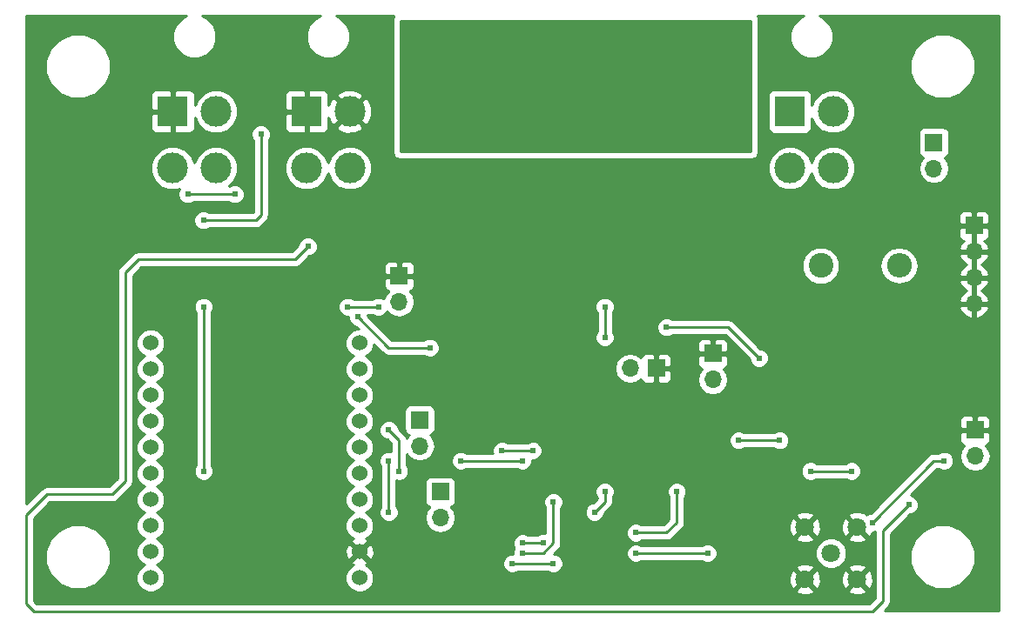
<source format=gbr>
G04 #@! TF.FileFunction,Copper,L2,Bot,Signal*
%FSLAX46Y46*%
G04 Gerber Fmt 4.6, Leading zero omitted, Abs format (unit mm)*
G04 Created by KiCad (PCBNEW 4.0.7-e2-6376~58~ubuntu16.04.1) date Fri Mar 30 11:42:14 2018*
%MOMM*%
%LPD*%
G01*
G04 APERTURE LIST*
%ADD10C,0.100000*%
%ADD11R,3.000000X3.000000*%
%ADD12C,3.000000*%
%ADD13C,1.798320*%
%ADD14C,1.795780*%
%ADD15R,1.700000X1.700000*%
%ADD16O,1.700000X1.700000*%
%ADD17C,2.400000*%
%ADD18O,2.400000X2.400000*%
%ADD19C,1.524000*%
%ADD20C,0.609600*%
%ADD21C,0.254000*%
G04 APERTURE END LIST*
D10*
D11*
X135000000Y-27000000D03*
D12*
X139200000Y-27000000D03*
X135000000Y-32500000D03*
X139200000Y-32500000D03*
D13*
X186000000Y-70000000D03*
D14*
X188540000Y-72540000D03*
X188540000Y-67460000D03*
X183460000Y-67460000D03*
X183460000Y-72540000D03*
D15*
X169000000Y-52000000D03*
D16*
X166460000Y-52000000D03*
D11*
X182000000Y-27000000D03*
D12*
X186200000Y-27000000D03*
X182000000Y-32500000D03*
X186200000Y-32500000D03*
D11*
X122000000Y-27000000D03*
D12*
X126200000Y-27000000D03*
X122000000Y-32500000D03*
X126200000Y-32500000D03*
D17*
X185000000Y-42000000D03*
D18*
X192620000Y-42000000D03*
D19*
X140160000Y-72400000D03*
X140160000Y-69860000D03*
X140160000Y-67320000D03*
X140160000Y-64780000D03*
X140160000Y-62240000D03*
X140160000Y-59700000D03*
X140160000Y-57160000D03*
X140160000Y-54620000D03*
X140160000Y-52080000D03*
X140160000Y-49540000D03*
X119840000Y-72400000D03*
X119840000Y-69860000D03*
X119840000Y-67320000D03*
X119840000Y-64780000D03*
X119840000Y-62240000D03*
X119840000Y-59700000D03*
X119840000Y-57160000D03*
X119840000Y-54620000D03*
X119840000Y-52080000D03*
X119840000Y-49540000D03*
D15*
X144000000Y-43000000D03*
D16*
X144000000Y-45540000D03*
D15*
X146000000Y-57000000D03*
D16*
X146000000Y-59540000D03*
D15*
X148000000Y-64000000D03*
D16*
X148000000Y-66540000D03*
D15*
X199898000Y-38100000D03*
D16*
X199898000Y-40640000D03*
X199898000Y-43180000D03*
X199898000Y-45720000D03*
D15*
X200000000Y-58000000D03*
D16*
X200000000Y-60540000D03*
D15*
X196000000Y-30000000D03*
D16*
X196000000Y-32540000D03*
D15*
X174498000Y-50546000D03*
D16*
X174498000Y-53086000D03*
D20*
X167000000Y-68000000D03*
X171000000Y-64000000D03*
X174000000Y-70000000D03*
X167000000Y-70000000D03*
X182118000Y-74422000D03*
X172974000Y-61214000D03*
X171450000Y-60960000D03*
X163576000Y-69342000D03*
X151892000Y-39878000D03*
X185420000Y-55626000D03*
X181102000Y-52832000D03*
X180340000Y-50038000D03*
X125476000Y-43180000D03*
X198000000Y-63000000D03*
X175000000Y-73000000D03*
X179000000Y-70000000D03*
X176000000Y-70000000D03*
X178000000Y-73000000D03*
X170000000Y-71000000D03*
X170000000Y-55000000D03*
X128000000Y-64000000D03*
X141000000Y-41000000D03*
X138000000Y-38000000D03*
X133000000Y-56000000D03*
X131000000Y-57000000D03*
X127000000Y-68000000D03*
X199000000Y-54000000D03*
X199000000Y-51000000D03*
X200000000Y-55000000D03*
X158000000Y-62000000D03*
X164000000Y-63000000D03*
X163000000Y-54000000D03*
X162000000Y-41000000D03*
X148000000Y-42000000D03*
X142000000Y-46000000D03*
X139000000Y-46000000D03*
X179000000Y-51000000D03*
X170000000Y-48000000D03*
X125000000Y-62000000D03*
X125000000Y-46000000D03*
X135128000Y-40132000D03*
X193548000Y-65278000D03*
X197000000Y-61000000D03*
X190000000Y-67000000D03*
X188000000Y-62000000D03*
X184000000Y-62000000D03*
X164000000Y-49000000D03*
X164000000Y-46000000D03*
X165354000Y-29464000D03*
X163576000Y-29464000D03*
X161798000Y-29464000D03*
X160020000Y-29464000D03*
X158242000Y-29464000D03*
X156464000Y-29464000D03*
X154686000Y-29464000D03*
X152908000Y-29464000D03*
X165354000Y-27686000D03*
X163576000Y-27686000D03*
X161798000Y-27686000D03*
X160020000Y-27686000D03*
X158242000Y-27686000D03*
X156464000Y-27686000D03*
X154686000Y-27686000D03*
X152908000Y-27686000D03*
X165354000Y-25908000D03*
X163576000Y-25908000D03*
X161798000Y-25908000D03*
X160020000Y-25908000D03*
X158242000Y-25908000D03*
X156464000Y-25908000D03*
X154686000Y-25908000D03*
X152908000Y-25908000D03*
X165354000Y-24130000D03*
X163576000Y-24130000D03*
X161798000Y-24130000D03*
X160020000Y-24130000D03*
X158242000Y-24130000D03*
X156464000Y-24130000D03*
X154686000Y-24130000D03*
X152908000Y-24130000D03*
X165354000Y-22352000D03*
X163576000Y-22352000D03*
X161798000Y-22352000D03*
X160020000Y-22352000D03*
X158242000Y-22352000D03*
X156464000Y-22352000D03*
X154686000Y-22352000D03*
X152908000Y-22352000D03*
X124968000Y-37592000D03*
X130556000Y-29210000D03*
X147000000Y-50000000D03*
X140000000Y-47000000D03*
X154000000Y-60000000D03*
X157000000Y-60000000D03*
X123444000Y-35052000D03*
X128016000Y-35052000D03*
X150000000Y-61000000D03*
X156000000Y-61000000D03*
X144000000Y-62000000D03*
X143000000Y-58000000D03*
X159000000Y-71000000D03*
X155000000Y-71000000D03*
X143000000Y-61000000D03*
X143000000Y-66000000D03*
X156000000Y-69000000D03*
X158000000Y-69000000D03*
X163000000Y-66000000D03*
X164000000Y-64000000D03*
X156000000Y-70000000D03*
X159000000Y-65000000D03*
X181000000Y-59000000D03*
X177000000Y-59000000D03*
D21*
X170000000Y-68000000D02*
X167000000Y-68000000D01*
X171000000Y-67000000D02*
X170000000Y-68000000D01*
X171000000Y-64000000D02*
X171000000Y-67000000D01*
X167000000Y-70000000D02*
X174000000Y-70000000D01*
X142000000Y-46000000D02*
X139000000Y-46000000D01*
X179000000Y-51000000D02*
X176000000Y-48000000D01*
X176000000Y-48000000D02*
X170000000Y-48000000D01*
X125000000Y-46000000D02*
X125000000Y-62000000D01*
X135128000Y-40132000D02*
X133858000Y-41402000D01*
X133858000Y-41402000D02*
X118618000Y-41402000D01*
X118618000Y-41402000D02*
X117348000Y-42672000D01*
X117348000Y-42672000D02*
X117348000Y-62992000D01*
X116078000Y-64262000D02*
X117348000Y-62992000D01*
X109728000Y-64262000D02*
X116078000Y-64262000D01*
X107696000Y-66294000D02*
X109728000Y-64262000D01*
X107696000Y-74930000D02*
X107696000Y-66294000D01*
X108458000Y-75692000D02*
X179324000Y-75692000D01*
X179324000Y-75692000D02*
X189992000Y-75692000D01*
X189992000Y-75692000D02*
X191008000Y-74676000D01*
X191008000Y-74676000D02*
X191008000Y-67818000D01*
X107696000Y-74930000D02*
X108458000Y-75692000D01*
X191008000Y-67818000D02*
X193548000Y-65278000D01*
X196000000Y-61000000D02*
X197000000Y-61000000D01*
X190000000Y-67000000D02*
X196000000Y-61000000D01*
X184000000Y-62000000D02*
X188000000Y-62000000D01*
X164000000Y-46000000D02*
X164000000Y-49000000D01*
X130556000Y-36322000D02*
X130556000Y-37084000D01*
X130556000Y-37084000D02*
X130048000Y-37592000D01*
X130048000Y-37592000D02*
X128778000Y-37592000D01*
X124968000Y-37592000D02*
X128778000Y-37592000D01*
X130556000Y-36576000D02*
X130556000Y-36322000D01*
X130556000Y-36322000D02*
X130556000Y-29210000D01*
X143000000Y-50000000D02*
X147000000Y-50000000D01*
X140000000Y-47000000D02*
X143000000Y-50000000D01*
X157000000Y-60000000D02*
X154000000Y-60000000D01*
X128016000Y-35052000D02*
X123444000Y-35052000D01*
X156000000Y-61000000D02*
X150000000Y-61000000D01*
X144000000Y-59000000D02*
X144000000Y-62000000D01*
X143000000Y-58000000D02*
X144000000Y-59000000D01*
X155000000Y-71000000D02*
X159000000Y-71000000D01*
X143000000Y-66000000D02*
X143000000Y-61000000D01*
X156000000Y-69000000D02*
X158000000Y-69000000D01*
X164000000Y-65000000D02*
X163000000Y-66000000D01*
X164000000Y-64000000D02*
X164000000Y-65000000D01*
X158000000Y-70000000D02*
X156000000Y-70000000D01*
X159000000Y-69000000D02*
X158000000Y-70000000D01*
X159000000Y-65000000D02*
X159000000Y-69000000D01*
X120000000Y-50000000D02*
X120000000Y-49000000D01*
X177000000Y-59000000D02*
X181000000Y-59000000D01*
G36*
X178181000Y-30861000D02*
X144145000Y-30861000D01*
X144145000Y-18161000D01*
X178181000Y-18161000D01*
X178181000Y-30861000D01*
X178181000Y-30861000D01*
G37*
X178181000Y-30861000D02*
X144145000Y-30861000D01*
X144145000Y-18161000D01*
X178181000Y-18161000D01*
X178181000Y-30861000D01*
G36*
X122892200Y-17888980D02*
X122291091Y-18489041D01*
X121965372Y-19273459D01*
X121964630Y-20122815D01*
X122288980Y-20907800D01*
X122889041Y-21508909D01*
X123673459Y-21834628D01*
X124522815Y-21835370D01*
X125307800Y-21511020D01*
X125908909Y-20910959D01*
X126234628Y-20126541D01*
X126235370Y-19277185D01*
X125911020Y-18492200D01*
X125310959Y-17891091D01*
X124874844Y-17710000D01*
X136325364Y-17710000D01*
X135892200Y-17888980D01*
X135291091Y-18489041D01*
X134965372Y-19273459D01*
X134964630Y-20122815D01*
X135288980Y-20907800D01*
X135889041Y-21508909D01*
X136673459Y-21834628D01*
X137522815Y-21835370D01*
X138307800Y-21511020D01*
X138908909Y-20910959D01*
X139234628Y-20126541D01*
X139235370Y-19277185D01*
X138911020Y-18492200D01*
X138310959Y-17891091D01*
X137874844Y-17710000D01*
X143485606Y-17710000D01*
X143433029Y-17786949D01*
X143383000Y-18034000D01*
X143383000Y-30988000D01*
X143426427Y-31218795D01*
X143562827Y-31430767D01*
X143770949Y-31572971D01*
X144018000Y-31623000D01*
X178308000Y-31623000D01*
X178538795Y-31579573D01*
X178750767Y-31443173D01*
X178892971Y-31235051D01*
X178943000Y-30988000D01*
X178943000Y-25500000D01*
X179852560Y-25500000D01*
X179852560Y-28500000D01*
X179896838Y-28735317D01*
X180035910Y-28951441D01*
X180248110Y-29096431D01*
X180500000Y-29147440D01*
X183500000Y-29147440D01*
X183735317Y-29103162D01*
X183951441Y-28964090D01*
X184096431Y-28751890D01*
X184147440Y-28500000D01*
X184147440Y-27623230D01*
X184388980Y-28207800D01*
X184989041Y-28808909D01*
X185773459Y-29134628D01*
X186622815Y-29135370D01*
X187407800Y-28811020D01*
X188008909Y-28210959D01*
X188334628Y-27426541D01*
X188335370Y-26577185D01*
X188011020Y-25792200D01*
X187410959Y-25191091D01*
X186626541Y-24865372D01*
X185777185Y-24864630D01*
X184992200Y-25188980D01*
X184391091Y-25789041D01*
X184147440Y-26375817D01*
X184147440Y-25500000D01*
X184103162Y-25264683D01*
X183964090Y-25048559D01*
X183751890Y-24903569D01*
X183500000Y-24852560D01*
X180500000Y-24852560D01*
X180264683Y-24896838D01*
X180048559Y-25035910D01*
X179903569Y-25248110D01*
X179852560Y-25500000D01*
X178943000Y-25500000D01*
X178943000Y-23226854D01*
X193714457Y-23226854D01*
X194190727Y-24379515D01*
X195071847Y-25262174D01*
X196223674Y-25740454D01*
X197470854Y-25741543D01*
X198623515Y-25265273D01*
X199506174Y-24384153D01*
X199984454Y-23232326D01*
X199985543Y-21985146D01*
X199509273Y-20832485D01*
X198628153Y-19949826D01*
X197476326Y-19471546D01*
X196229146Y-19470457D01*
X195076485Y-19946727D01*
X194193826Y-20827847D01*
X193715546Y-21979674D01*
X193714457Y-23226854D01*
X178943000Y-23226854D01*
X178943000Y-18034000D01*
X178899573Y-17803205D01*
X178839597Y-17710000D01*
X183325364Y-17710000D01*
X182892200Y-17888980D01*
X182291091Y-18489041D01*
X181965372Y-19273459D01*
X181964630Y-20122815D01*
X182288980Y-20907800D01*
X182889041Y-21508909D01*
X183673459Y-21834628D01*
X184522815Y-21835370D01*
X185307800Y-21511020D01*
X185908909Y-20910959D01*
X186234628Y-20126541D01*
X186235370Y-19277185D01*
X185911020Y-18492200D01*
X185310959Y-17891091D01*
X184874844Y-17710000D01*
X202290000Y-17710000D01*
X202290000Y-75565000D01*
X191196630Y-75565000D01*
X191546815Y-75214815D01*
X191587995Y-75153185D01*
X191711996Y-74967605D01*
X191770000Y-74676000D01*
X191770000Y-70978854D01*
X193714457Y-70978854D01*
X194190727Y-72131515D01*
X195071847Y-73014174D01*
X196223674Y-73492454D01*
X197470854Y-73493543D01*
X198623515Y-73017273D01*
X199506174Y-72136153D01*
X199984454Y-70984326D01*
X199985543Y-69737146D01*
X199509273Y-68584485D01*
X198628153Y-67701826D01*
X197476326Y-67223546D01*
X196229146Y-67222457D01*
X195076485Y-67698727D01*
X194193826Y-68579847D01*
X193715546Y-69731674D01*
X193714457Y-70978854D01*
X191770000Y-70978854D01*
X191770000Y-68133630D01*
X193685710Y-66217921D01*
X193734118Y-66217963D01*
X194079659Y-66075188D01*
X194344259Y-65811049D01*
X194487637Y-65465758D01*
X194487963Y-65091882D01*
X194345188Y-64746341D01*
X194081049Y-64481741D01*
X193738238Y-64339393D01*
X196315631Y-61762000D01*
X196432752Y-61762000D01*
X196466951Y-61796259D01*
X196812242Y-61939637D01*
X197186118Y-61939963D01*
X197531659Y-61797188D01*
X197796259Y-61533049D01*
X197939637Y-61187758D01*
X197939963Y-60813882D01*
X197826797Y-60540000D01*
X198485907Y-60540000D01*
X198598946Y-61108285D01*
X198920853Y-61590054D01*
X199402622Y-61911961D01*
X199970907Y-62025000D01*
X200029093Y-62025000D01*
X200597378Y-61911961D01*
X201079147Y-61590054D01*
X201401054Y-61108285D01*
X201514093Y-60540000D01*
X201401054Y-59971715D01*
X201079147Y-59489946D01*
X201035223Y-59460597D01*
X201209698Y-59388327D01*
X201388327Y-59209699D01*
X201485000Y-58976310D01*
X201485000Y-58285750D01*
X201326250Y-58127000D01*
X200127000Y-58127000D01*
X200127000Y-58147000D01*
X199873000Y-58147000D01*
X199873000Y-58127000D01*
X198673750Y-58127000D01*
X198515000Y-58285750D01*
X198515000Y-58976310D01*
X198611673Y-59209699D01*
X198790302Y-59388327D01*
X198964777Y-59460597D01*
X198920853Y-59489946D01*
X198598946Y-59971715D01*
X198485907Y-60540000D01*
X197826797Y-60540000D01*
X197797188Y-60468341D01*
X197533049Y-60203741D01*
X197187758Y-60060363D01*
X196813882Y-60060037D01*
X196468341Y-60202812D01*
X196433092Y-60238000D01*
X196000000Y-60238000D01*
X195708395Y-60296004D01*
X195461184Y-60461185D01*
X189862291Y-66060079D01*
X189813882Y-66060037D01*
X189468341Y-66202812D01*
X189401450Y-66269587D01*
X189352879Y-66125103D01*
X188780159Y-65915641D01*
X188170878Y-65941293D01*
X187727121Y-66125103D01*
X187640973Y-66381368D01*
X188540000Y-67280395D01*
X188554143Y-67266253D01*
X188733748Y-67445858D01*
X188719605Y-67460000D01*
X189618632Y-68359027D01*
X189874897Y-68272879D01*
X189996715Y-67939798D01*
X190186118Y-67939963D01*
X190246000Y-67915220D01*
X190246000Y-74360370D01*
X189676370Y-74930000D01*
X108773631Y-74930000D01*
X108458000Y-74614370D01*
X108458000Y-70978854D01*
X109640457Y-70978854D01*
X110116727Y-72131515D01*
X110997847Y-73014174D01*
X112149674Y-73492454D01*
X113396854Y-73493543D01*
X114549515Y-73017273D01*
X115432174Y-72136153D01*
X115910454Y-70984326D01*
X115911543Y-69737146D01*
X115435273Y-68584485D01*
X114554153Y-67701826D01*
X113402326Y-67223546D01*
X112155146Y-67222457D01*
X111002485Y-67698727D01*
X110119826Y-68579847D01*
X109641546Y-69731674D01*
X109640457Y-70978854D01*
X108458000Y-70978854D01*
X108458000Y-66609630D01*
X110043630Y-65024000D01*
X116078000Y-65024000D01*
X116369605Y-64965996D01*
X116616815Y-64800815D01*
X117886815Y-63530816D01*
X118051996Y-63283605D01*
X118067882Y-63203741D01*
X118110000Y-62992000D01*
X118110000Y-49816661D01*
X118442758Y-49816661D01*
X118654990Y-50330303D01*
X119047630Y-50723629D01*
X119255512Y-50809949D01*
X119049697Y-50894990D01*
X118656371Y-51287630D01*
X118443243Y-51800900D01*
X118442758Y-52356661D01*
X118654990Y-52870303D01*
X119047630Y-53263629D01*
X119255512Y-53349949D01*
X119049697Y-53434990D01*
X118656371Y-53827630D01*
X118443243Y-54340900D01*
X118442758Y-54896661D01*
X118654990Y-55410303D01*
X119047630Y-55803629D01*
X119255512Y-55889949D01*
X119049697Y-55974990D01*
X118656371Y-56367630D01*
X118443243Y-56880900D01*
X118442758Y-57436661D01*
X118654990Y-57950303D01*
X119047630Y-58343629D01*
X119255512Y-58429949D01*
X119049697Y-58514990D01*
X118656371Y-58907630D01*
X118443243Y-59420900D01*
X118442758Y-59976661D01*
X118654990Y-60490303D01*
X119047630Y-60883629D01*
X119255512Y-60969949D01*
X119049697Y-61054990D01*
X118656371Y-61447630D01*
X118443243Y-61960900D01*
X118442758Y-62516661D01*
X118654990Y-63030303D01*
X119047630Y-63423629D01*
X119255512Y-63509949D01*
X119049697Y-63594990D01*
X118656371Y-63987630D01*
X118443243Y-64500900D01*
X118442758Y-65056661D01*
X118654990Y-65570303D01*
X119047630Y-65963629D01*
X119255512Y-66049949D01*
X119049697Y-66134990D01*
X118656371Y-66527630D01*
X118443243Y-67040900D01*
X118442758Y-67596661D01*
X118654990Y-68110303D01*
X119047630Y-68503629D01*
X119255512Y-68589949D01*
X119049697Y-68674990D01*
X118656371Y-69067630D01*
X118443243Y-69580900D01*
X118442758Y-70136661D01*
X118654990Y-70650303D01*
X119047630Y-71043629D01*
X119255512Y-71129949D01*
X119049697Y-71214990D01*
X118656371Y-71607630D01*
X118443243Y-72120900D01*
X118442758Y-72676661D01*
X118654990Y-73190303D01*
X119047630Y-73583629D01*
X119560900Y-73796757D01*
X120116661Y-73797242D01*
X120630303Y-73585010D01*
X121023629Y-73192370D01*
X121236757Y-72679100D01*
X121236759Y-72676661D01*
X138762758Y-72676661D01*
X138974990Y-73190303D01*
X139367630Y-73583629D01*
X139880900Y-73796757D01*
X140436661Y-73797242D01*
X140868931Y-73618632D01*
X182560973Y-73618632D01*
X182647121Y-73874897D01*
X183219841Y-74084359D01*
X183829122Y-74058707D01*
X184272879Y-73874897D01*
X184359027Y-73618632D01*
X187640973Y-73618632D01*
X187727121Y-73874897D01*
X188299841Y-74084359D01*
X188909122Y-74058707D01*
X189352879Y-73874897D01*
X189439027Y-73618632D01*
X188540000Y-72719605D01*
X187640973Y-73618632D01*
X184359027Y-73618632D01*
X183460000Y-72719605D01*
X182560973Y-73618632D01*
X140868931Y-73618632D01*
X140950303Y-73585010D01*
X141343629Y-73192370D01*
X141556757Y-72679100D01*
X141557087Y-72299841D01*
X181915641Y-72299841D01*
X181941293Y-72909122D01*
X182125103Y-73352879D01*
X182381368Y-73439027D01*
X183280395Y-72540000D01*
X183639605Y-72540000D01*
X184538632Y-73439027D01*
X184794897Y-73352879D01*
X185004359Y-72780159D01*
X184984137Y-72299841D01*
X186995641Y-72299841D01*
X187021293Y-72909122D01*
X187205103Y-73352879D01*
X187461368Y-73439027D01*
X188360395Y-72540000D01*
X188719605Y-72540000D01*
X189618632Y-73439027D01*
X189874897Y-73352879D01*
X190084359Y-72780159D01*
X190058707Y-72170878D01*
X189874897Y-71727121D01*
X189618632Y-71640973D01*
X188719605Y-72540000D01*
X188360395Y-72540000D01*
X187461368Y-71640973D01*
X187205103Y-71727121D01*
X186995641Y-72299841D01*
X184984137Y-72299841D01*
X184978707Y-72170878D01*
X184794897Y-71727121D01*
X184538632Y-71640973D01*
X183639605Y-72540000D01*
X183280395Y-72540000D01*
X182381368Y-71640973D01*
X182125103Y-71727121D01*
X181915641Y-72299841D01*
X141557087Y-72299841D01*
X141557242Y-72123339D01*
X141345010Y-71609697D01*
X140952370Y-71216371D01*
X140879514Y-71186118D01*
X154060037Y-71186118D01*
X154202812Y-71531659D01*
X154466951Y-71796259D01*
X154812242Y-71939637D01*
X155186118Y-71939963D01*
X155531659Y-71797188D01*
X155566908Y-71762000D01*
X158432752Y-71762000D01*
X158466951Y-71796259D01*
X158812242Y-71939637D01*
X159186118Y-71939963D01*
X159531659Y-71797188D01*
X159796259Y-71533049D01*
X159826023Y-71461368D01*
X182560973Y-71461368D01*
X183460000Y-72360395D01*
X184359027Y-71461368D01*
X184272879Y-71205103D01*
X183700159Y-70995641D01*
X183090878Y-71021293D01*
X182647121Y-71205103D01*
X182560973Y-71461368D01*
X159826023Y-71461368D01*
X159939637Y-71187758D01*
X159939963Y-70813882D01*
X159797188Y-70468341D01*
X159533049Y-70203741D01*
X159490609Y-70186118D01*
X166060037Y-70186118D01*
X166202812Y-70531659D01*
X166466951Y-70796259D01*
X166812242Y-70939637D01*
X167186118Y-70939963D01*
X167531659Y-70797188D01*
X167566908Y-70762000D01*
X173432752Y-70762000D01*
X173466951Y-70796259D01*
X173812242Y-70939637D01*
X174186118Y-70939963D01*
X174531659Y-70797188D01*
X174796259Y-70533049D01*
X174891441Y-70303824D01*
X184465574Y-70303824D01*
X184698644Y-70867897D01*
X185129833Y-71299839D01*
X185693498Y-71533893D01*
X186303824Y-71534426D01*
X186480638Y-71461368D01*
X187640973Y-71461368D01*
X188540000Y-72360395D01*
X189439027Y-71461368D01*
X189352879Y-71205103D01*
X188780159Y-70995641D01*
X188170878Y-71021293D01*
X187727121Y-71205103D01*
X187640973Y-71461368D01*
X186480638Y-71461368D01*
X186867897Y-71301356D01*
X187299839Y-70870167D01*
X187533893Y-70306502D01*
X187534426Y-69696176D01*
X187301356Y-69132103D01*
X186870167Y-68700161D01*
X186481162Y-68538632D01*
X187640973Y-68538632D01*
X187727121Y-68794897D01*
X188299841Y-69004359D01*
X188909122Y-68978707D01*
X189352879Y-68794897D01*
X189439027Y-68538632D01*
X188540000Y-67639605D01*
X187640973Y-68538632D01*
X186481162Y-68538632D01*
X186306502Y-68466107D01*
X185696176Y-68465574D01*
X185132103Y-68698644D01*
X184700161Y-69129833D01*
X184466107Y-69693498D01*
X184465574Y-70303824D01*
X174891441Y-70303824D01*
X174939637Y-70187758D01*
X174939963Y-69813882D01*
X174797188Y-69468341D01*
X174533049Y-69203741D01*
X174187758Y-69060363D01*
X173813882Y-69060037D01*
X173468341Y-69202812D01*
X173433092Y-69238000D01*
X167567248Y-69238000D01*
X167533049Y-69203741D01*
X167187758Y-69060363D01*
X166813882Y-69060037D01*
X166468341Y-69202812D01*
X166203741Y-69466951D01*
X166060363Y-69812242D01*
X166060037Y-70186118D01*
X159490609Y-70186118D01*
X159187758Y-70060363D01*
X159017416Y-70060214D01*
X159538816Y-69538815D01*
X159703997Y-69291604D01*
X159762000Y-69000000D01*
X159762000Y-68186118D01*
X166060037Y-68186118D01*
X166202812Y-68531659D01*
X166466951Y-68796259D01*
X166812242Y-68939637D01*
X167186118Y-68939963D01*
X167531659Y-68797188D01*
X167566908Y-68762000D01*
X170000000Y-68762000D01*
X170291605Y-68703996D01*
X170538815Y-68538815D01*
X170538998Y-68538632D01*
X182560973Y-68538632D01*
X182647121Y-68794897D01*
X183219841Y-69004359D01*
X183829122Y-68978707D01*
X184272879Y-68794897D01*
X184359027Y-68538632D01*
X183460000Y-67639605D01*
X182560973Y-68538632D01*
X170538998Y-68538632D01*
X171538816Y-67538815D01*
X171703997Y-67291604D01*
X171718271Y-67219841D01*
X181915641Y-67219841D01*
X181941293Y-67829122D01*
X182125103Y-68272879D01*
X182381368Y-68359027D01*
X183280395Y-67460000D01*
X183639605Y-67460000D01*
X184538632Y-68359027D01*
X184794897Y-68272879D01*
X185004359Y-67700159D01*
X184984137Y-67219841D01*
X186995641Y-67219841D01*
X187021293Y-67829122D01*
X187205103Y-68272879D01*
X187461368Y-68359027D01*
X188360395Y-67460000D01*
X187461368Y-66560973D01*
X187205103Y-66647121D01*
X186995641Y-67219841D01*
X184984137Y-67219841D01*
X184978707Y-67090878D01*
X184794897Y-66647121D01*
X184538632Y-66560973D01*
X183639605Y-67460000D01*
X183280395Y-67460000D01*
X182381368Y-66560973D01*
X182125103Y-66647121D01*
X181915641Y-67219841D01*
X171718271Y-67219841D01*
X171762000Y-67000000D01*
X171762000Y-66381368D01*
X182560973Y-66381368D01*
X183460000Y-67280395D01*
X184359027Y-66381368D01*
X184272879Y-66125103D01*
X183700159Y-65915641D01*
X183090878Y-65941293D01*
X182647121Y-66125103D01*
X182560973Y-66381368D01*
X171762000Y-66381368D01*
X171762000Y-64567248D01*
X171796259Y-64533049D01*
X171939637Y-64187758D01*
X171939963Y-63813882D01*
X171797188Y-63468341D01*
X171533049Y-63203741D01*
X171187758Y-63060363D01*
X170813882Y-63060037D01*
X170468341Y-63202812D01*
X170203741Y-63466951D01*
X170060363Y-63812242D01*
X170060037Y-64186118D01*
X170202812Y-64531659D01*
X170238000Y-64566908D01*
X170238000Y-66684369D01*
X169684370Y-67238000D01*
X167567248Y-67238000D01*
X167533049Y-67203741D01*
X167187758Y-67060363D01*
X166813882Y-67060037D01*
X166468341Y-67202812D01*
X166203741Y-67466951D01*
X166060363Y-67812242D01*
X166060037Y-68186118D01*
X159762000Y-68186118D01*
X159762000Y-66186118D01*
X162060037Y-66186118D01*
X162202812Y-66531659D01*
X162466951Y-66796259D01*
X162812242Y-66939637D01*
X163186118Y-66939963D01*
X163531659Y-66797188D01*
X163796259Y-66533049D01*
X163939637Y-66187758D01*
X163939680Y-66137950D01*
X164538816Y-65538815D01*
X164703997Y-65291604D01*
X164762000Y-65000000D01*
X164762000Y-64567248D01*
X164796259Y-64533049D01*
X164939637Y-64187758D01*
X164939963Y-63813882D01*
X164797188Y-63468341D01*
X164533049Y-63203741D01*
X164187758Y-63060363D01*
X163813882Y-63060037D01*
X163468341Y-63202812D01*
X163203741Y-63466951D01*
X163060363Y-63812242D01*
X163060037Y-64186118D01*
X163202812Y-64531659D01*
X163238000Y-64566908D01*
X163238000Y-64684369D01*
X162862290Y-65060079D01*
X162813882Y-65060037D01*
X162468341Y-65202812D01*
X162203741Y-65466951D01*
X162060363Y-65812242D01*
X162060037Y-66186118D01*
X159762000Y-66186118D01*
X159762000Y-65567248D01*
X159796259Y-65533049D01*
X159939637Y-65187758D01*
X159939963Y-64813882D01*
X159797188Y-64468341D01*
X159533049Y-64203741D01*
X159187758Y-64060363D01*
X158813882Y-64060037D01*
X158468341Y-64202812D01*
X158203741Y-64466951D01*
X158060363Y-64812242D01*
X158060037Y-65186118D01*
X158202812Y-65531659D01*
X158238000Y-65566908D01*
X158238000Y-68081225D01*
X158187758Y-68060363D01*
X157813882Y-68060037D01*
X157468341Y-68202812D01*
X157433092Y-68238000D01*
X156567248Y-68238000D01*
X156533049Y-68203741D01*
X156187758Y-68060363D01*
X155813882Y-68060037D01*
X155468341Y-68202812D01*
X155203741Y-68466951D01*
X155060363Y-68812242D01*
X155060037Y-69186118D01*
X155189874Y-69500347D01*
X155060363Y-69812242D01*
X155060147Y-70060252D01*
X154813882Y-70060037D01*
X154468341Y-70202812D01*
X154203741Y-70466951D01*
X154060363Y-70812242D01*
X154060037Y-71186118D01*
X140879514Y-71186118D01*
X140760273Y-71136605D01*
X140891143Y-71082397D01*
X140960608Y-70840213D01*
X140160000Y-70039605D01*
X139359392Y-70840213D01*
X139428857Y-71082397D01*
X139569318Y-71132509D01*
X139369697Y-71214990D01*
X138976371Y-71607630D01*
X138763243Y-72120900D01*
X138762758Y-72676661D01*
X121236759Y-72676661D01*
X121237242Y-72123339D01*
X121025010Y-71609697D01*
X120632370Y-71216371D01*
X120424488Y-71130051D01*
X120630303Y-71045010D01*
X121023629Y-70652370D01*
X121236757Y-70139100D01*
X121237181Y-69652302D01*
X138750856Y-69652302D01*
X138778638Y-70207368D01*
X138937603Y-70591143D01*
X139179787Y-70660608D01*
X139980395Y-69860000D01*
X140339605Y-69860000D01*
X141140213Y-70660608D01*
X141382397Y-70591143D01*
X141569144Y-70067698D01*
X141541362Y-69512632D01*
X141382397Y-69128857D01*
X141140213Y-69059392D01*
X140339605Y-69860000D01*
X139980395Y-69860000D01*
X139179787Y-69059392D01*
X138937603Y-69128857D01*
X138750856Y-69652302D01*
X121237181Y-69652302D01*
X121237242Y-69583339D01*
X121025010Y-69069697D01*
X120632370Y-68676371D01*
X120424488Y-68590051D01*
X120630303Y-68505010D01*
X121023629Y-68112370D01*
X121236757Y-67599100D01*
X121237242Y-67043339D01*
X121025010Y-66529697D01*
X120632370Y-66136371D01*
X120424488Y-66050051D01*
X120630303Y-65965010D01*
X121023629Y-65572370D01*
X121236757Y-65059100D01*
X121237242Y-64503339D01*
X121025010Y-63989697D01*
X120632370Y-63596371D01*
X120424488Y-63510051D01*
X120630303Y-63425010D01*
X121023629Y-63032370D01*
X121236757Y-62519100D01*
X121237242Y-61963339D01*
X121025010Y-61449697D01*
X120632370Y-61056371D01*
X120424488Y-60970051D01*
X120630303Y-60885010D01*
X121023629Y-60492370D01*
X121236757Y-59979100D01*
X121237242Y-59423339D01*
X121025010Y-58909697D01*
X120632370Y-58516371D01*
X120424488Y-58430051D01*
X120630303Y-58345010D01*
X121023629Y-57952370D01*
X121236757Y-57439100D01*
X121237242Y-56883339D01*
X121025010Y-56369697D01*
X120632370Y-55976371D01*
X120424488Y-55890051D01*
X120630303Y-55805010D01*
X121023629Y-55412370D01*
X121236757Y-54899100D01*
X121237242Y-54343339D01*
X121025010Y-53829697D01*
X120632370Y-53436371D01*
X120424488Y-53350051D01*
X120630303Y-53265010D01*
X121023629Y-52872370D01*
X121236757Y-52359100D01*
X121237242Y-51803339D01*
X121025010Y-51289697D01*
X120632370Y-50896371D01*
X120424488Y-50810051D01*
X120630303Y-50725010D01*
X121023629Y-50332370D01*
X121236757Y-49819100D01*
X121237242Y-49263339D01*
X121025010Y-48749697D01*
X120632370Y-48356371D01*
X120119100Y-48143243D01*
X119563339Y-48142758D01*
X119049697Y-48354990D01*
X118656371Y-48747630D01*
X118443243Y-49260900D01*
X118442758Y-49816661D01*
X118110000Y-49816661D01*
X118110000Y-46186118D01*
X124060037Y-46186118D01*
X124202812Y-46531659D01*
X124238000Y-46566908D01*
X124238000Y-61432752D01*
X124203741Y-61466951D01*
X124060363Y-61812242D01*
X124060037Y-62186118D01*
X124202812Y-62531659D01*
X124466951Y-62796259D01*
X124812242Y-62939637D01*
X125186118Y-62939963D01*
X125531659Y-62797188D01*
X125796259Y-62533049D01*
X125939637Y-62187758D01*
X125939963Y-61813882D01*
X125797188Y-61468341D01*
X125762000Y-61433092D01*
X125762000Y-46567248D01*
X125796259Y-46533049D01*
X125939637Y-46187758D01*
X125939638Y-46186118D01*
X138060037Y-46186118D01*
X138202812Y-46531659D01*
X138466951Y-46796259D01*
X138812242Y-46939637D01*
X139060252Y-46939853D01*
X139060037Y-47186118D01*
X139202812Y-47531659D01*
X139466951Y-47796259D01*
X139812242Y-47939637D01*
X139862050Y-47939680D01*
X140065287Y-48142917D01*
X139883339Y-48142758D01*
X139369697Y-48354990D01*
X138976371Y-48747630D01*
X138763243Y-49260900D01*
X138762758Y-49816661D01*
X138974990Y-50330303D01*
X139367630Y-50723629D01*
X139575512Y-50809949D01*
X139369697Y-50894990D01*
X138976371Y-51287630D01*
X138763243Y-51800900D01*
X138762758Y-52356661D01*
X138974990Y-52870303D01*
X139367630Y-53263629D01*
X139575512Y-53349949D01*
X139369697Y-53434990D01*
X138976371Y-53827630D01*
X138763243Y-54340900D01*
X138762758Y-54896661D01*
X138974990Y-55410303D01*
X139367630Y-55803629D01*
X139575512Y-55889949D01*
X139369697Y-55974990D01*
X138976371Y-56367630D01*
X138763243Y-56880900D01*
X138762758Y-57436661D01*
X138974990Y-57950303D01*
X139367630Y-58343629D01*
X139575512Y-58429949D01*
X139369697Y-58514990D01*
X138976371Y-58907630D01*
X138763243Y-59420900D01*
X138762758Y-59976661D01*
X138974990Y-60490303D01*
X139367630Y-60883629D01*
X139575512Y-60969949D01*
X139369697Y-61054990D01*
X138976371Y-61447630D01*
X138763243Y-61960900D01*
X138762758Y-62516661D01*
X138974990Y-63030303D01*
X139367630Y-63423629D01*
X139575512Y-63509949D01*
X139369697Y-63594990D01*
X138976371Y-63987630D01*
X138763243Y-64500900D01*
X138762758Y-65056661D01*
X138974990Y-65570303D01*
X139367630Y-65963629D01*
X139575512Y-66049949D01*
X139369697Y-66134990D01*
X138976371Y-66527630D01*
X138763243Y-67040900D01*
X138762758Y-67596661D01*
X138974990Y-68110303D01*
X139367630Y-68503629D01*
X139559727Y-68583395D01*
X139428857Y-68637603D01*
X139359392Y-68879787D01*
X140160000Y-69680395D01*
X140960608Y-68879787D01*
X140891143Y-68637603D01*
X140750682Y-68587491D01*
X140950303Y-68505010D01*
X141343629Y-68112370D01*
X141556757Y-67599100D01*
X141557242Y-67043339D01*
X141345010Y-66529697D01*
X140952370Y-66136371D01*
X140744488Y-66050051D01*
X140950303Y-65965010D01*
X141343629Y-65572370D01*
X141556757Y-65059100D01*
X141557242Y-64503339D01*
X141345010Y-63989697D01*
X140952370Y-63596371D01*
X140744488Y-63510051D01*
X140950303Y-63425010D01*
X141343629Y-63032370D01*
X141556757Y-62519100D01*
X141557242Y-61963339D01*
X141345010Y-61449697D01*
X140952370Y-61056371D01*
X140744488Y-60970051D01*
X140950303Y-60885010D01*
X141343629Y-60492370D01*
X141556757Y-59979100D01*
X141557242Y-59423339D01*
X141345010Y-58909697D01*
X140952370Y-58516371D01*
X140744488Y-58430051D01*
X140950303Y-58345010D01*
X141109472Y-58186118D01*
X142060037Y-58186118D01*
X142202812Y-58531659D01*
X142466951Y-58796259D01*
X142812242Y-58939637D01*
X142862050Y-58939680D01*
X143238000Y-59315631D01*
X143238000Y-60081225D01*
X143187758Y-60060363D01*
X142813882Y-60060037D01*
X142468341Y-60202812D01*
X142203741Y-60466951D01*
X142060363Y-60812242D01*
X142060037Y-61186118D01*
X142202812Y-61531659D01*
X142238000Y-61566908D01*
X142238000Y-65432752D01*
X142203741Y-65466951D01*
X142060363Y-65812242D01*
X142060037Y-66186118D01*
X142202812Y-66531659D01*
X142466951Y-66796259D01*
X142812242Y-66939637D01*
X143186118Y-66939963D01*
X143531659Y-66797188D01*
X143789295Y-66540000D01*
X146485907Y-66540000D01*
X146598946Y-67108285D01*
X146920853Y-67590054D01*
X147402622Y-67911961D01*
X147970907Y-68025000D01*
X148029093Y-68025000D01*
X148597378Y-67911961D01*
X149079147Y-67590054D01*
X149401054Y-67108285D01*
X149514093Y-66540000D01*
X149401054Y-65971715D01*
X149079147Y-65489946D01*
X149037548Y-65462150D01*
X149085317Y-65453162D01*
X149301441Y-65314090D01*
X149446431Y-65101890D01*
X149497440Y-64850000D01*
X149497440Y-63150000D01*
X149453162Y-62914683D01*
X149314090Y-62698559D01*
X149101890Y-62553569D01*
X148850000Y-62502560D01*
X147150000Y-62502560D01*
X146914683Y-62546838D01*
X146698559Y-62685910D01*
X146553569Y-62898110D01*
X146502560Y-63150000D01*
X146502560Y-64850000D01*
X146546838Y-65085317D01*
X146685910Y-65301441D01*
X146898110Y-65446431D01*
X146965541Y-65460086D01*
X146920853Y-65489946D01*
X146598946Y-65971715D01*
X146485907Y-66540000D01*
X143789295Y-66540000D01*
X143796259Y-66533049D01*
X143939637Y-66187758D01*
X143939963Y-65813882D01*
X143797188Y-65468341D01*
X143762000Y-65433092D01*
X143762000Y-62918775D01*
X143812242Y-62939637D01*
X144186118Y-62939963D01*
X144531659Y-62797188D01*
X144796259Y-62533049D01*
X144939637Y-62187758D01*
X144939638Y-62186118D01*
X183060037Y-62186118D01*
X183202812Y-62531659D01*
X183466951Y-62796259D01*
X183812242Y-62939637D01*
X184186118Y-62939963D01*
X184531659Y-62797188D01*
X184566908Y-62762000D01*
X187432752Y-62762000D01*
X187466951Y-62796259D01*
X187812242Y-62939637D01*
X188186118Y-62939963D01*
X188531659Y-62797188D01*
X188796259Y-62533049D01*
X188939637Y-62187758D01*
X188939963Y-61813882D01*
X188797188Y-61468341D01*
X188533049Y-61203741D01*
X188187758Y-61060363D01*
X187813882Y-61060037D01*
X187468341Y-61202812D01*
X187433092Y-61238000D01*
X184567248Y-61238000D01*
X184533049Y-61203741D01*
X184187758Y-61060363D01*
X183813882Y-61060037D01*
X183468341Y-61202812D01*
X183203741Y-61466951D01*
X183060363Y-61812242D01*
X183060037Y-62186118D01*
X144939638Y-62186118D01*
X144939963Y-61813882D01*
X144797188Y-61468341D01*
X144762000Y-61433092D01*
X144762000Y-61186118D01*
X149060037Y-61186118D01*
X149202812Y-61531659D01*
X149466951Y-61796259D01*
X149812242Y-61939637D01*
X150186118Y-61939963D01*
X150531659Y-61797188D01*
X150566908Y-61762000D01*
X155432752Y-61762000D01*
X155466951Y-61796259D01*
X155812242Y-61939637D01*
X156186118Y-61939963D01*
X156531659Y-61797188D01*
X156796259Y-61533049D01*
X156939637Y-61187758D01*
X156939853Y-60939748D01*
X157186118Y-60939963D01*
X157531659Y-60797188D01*
X157796259Y-60533049D01*
X157939637Y-60187758D01*
X157939963Y-59813882D01*
X157797188Y-59468341D01*
X157533049Y-59203741D01*
X157490609Y-59186118D01*
X176060037Y-59186118D01*
X176202812Y-59531659D01*
X176466951Y-59796259D01*
X176812242Y-59939637D01*
X177186118Y-59939963D01*
X177531659Y-59797188D01*
X177566908Y-59762000D01*
X180432752Y-59762000D01*
X180466951Y-59796259D01*
X180812242Y-59939637D01*
X181186118Y-59939963D01*
X181531659Y-59797188D01*
X181796259Y-59533049D01*
X181939637Y-59187758D01*
X181939963Y-58813882D01*
X181797188Y-58468341D01*
X181533049Y-58203741D01*
X181187758Y-58060363D01*
X180813882Y-58060037D01*
X180468341Y-58202812D01*
X180433092Y-58238000D01*
X177567248Y-58238000D01*
X177533049Y-58203741D01*
X177187758Y-58060363D01*
X176813882Y-58060037D01*
X176468341Y-58202812D01*
X176203741Y-58466951D01*
X176060363Y-58812242D01*
X176060037Y-59186118D01*
X157490609Y-59186118D01*
X157187758Y-59060363D01*
X156813882Y-59060037D01*
X156468341Y-59202812D01*
X156433092Y-59238000D01*
X154567248Y-59238000D01*
X154533049Y-59203741D01*
X154187758Y-59060363D01*
X153813882Y-59060037D01*
X153468341Y-59202812D01*
X153203741Y-59466951D01*
X153060363Y-59812242D01*
X153060037Y-60186118D01*
X153081474Y-60238000D01*
X150567248Y-60238000D01*
X150533049Y-60203741D01*
X150187758Y-60060363D01*
X149813882Y-60060037D01*
X149468341Y-60202812D01*
X149203741Y-60466951D01*
X149060363Y-60812242D01*
X149060037Y-61186118D01*
X144762000Y-61186118D01*
X144762000Y-60352313D01*
X144920853Y-60590054D01*
X145402622Y-60911961D01*
X145970907Y-61025000D01*
X146029093Y-61025000D01*
X146597378Y-60911961D01*
X147079147Y-60590054D01*
X147401054Y-60108285D01*
X147514093Y-59540000D01*
X147401054Y-58971715D01*
X147079147Y-58489946D01*
X147037548Y-58462150D01*
X147085317Y-58453162D01*
X147301441Y-58314090D01*
X147446431Y-58101890D01*
X147497440Y-57850000D01*
X147497440Y-57023690D01*
X198515000Y-57023690D01*
X198515000Y-57714250D01*
X198673750Y-57873000D01*
X199873000Y-57873000D01*
X199873000Y-56673750D01*
X200127000Y-56673750D01*
X200127000Y-57873000D01*
X201326250Y-57873000D01*
X201485000Y-57714250D01*
X201485000Y-57023690D01*
X201388327Y-56790301D01*
X201209698Y-56611673D01*
X200976309Y-56515000D01*
X200285750Y-56515000D01*
X200127000Y-56673750D01*
X199873000Y-56673750D01*
X199714250Y-56515000D01*
X199023691Y-56515000D01*
X198790302Y-56611673D01*
X198611673Y-56790301D01*
X198515000Y-57023690D01*
X147497440Y-57023690D01*
X147497440Y-56150000D01*
X147453162Y-55914683D01*
X147314090Y-55698559D01*
X147101890Y-55553569D01*
X146850000Y-55502560D01*
X145150000Y-55502560D01*
X144914683Y-55546838D01*
X144698559Y-55685910D01*
X144553569Y-55898110D01*
X144502560Y-56150000D01*
X144502560Y-57850000D01*
X144546838Y-58085317D01*
X144685910Y-58301441D01*
X144898110Y-58446431D01*
X144965541Y-58460086D01*
X144920853Y-58489946D01*
X144720260Y-58790156D01*
X144703997Y-58708396D01*
X144538816Y-58461185D01*
X143939921Y-57862290D01*
X143939963Y-57813882D01*
X143797188Y-57468341D01*
X143533049Y-57203741D01*
X143187758Y-57060363D01*
X142813882Y-57060037D01*
X142468341Y-57202812D01*
X142203741Y-57466951D01*
X142060363Y-57812242D01*
X142060037Y-58186118D01*
X141109472Y-58186118D01*
X141343629Y-57952370D01*
X141556757Y-57439100D01*
X141557242Y-56883339D01*
X141345010Y-56369697D01*
X140952370Y-55976371D01*
X140744488Y-55890051D01*
X140950303Y-55805010D01*
X141343629Y-55412370D01*
X141556757Y-54899100D01*
X141557242Y-54343339D01*
X141345010Y-53829697D01*
X140952370Y-53436371D01*
X140744488Y-53350051D01*
X140950303Y-53265010D01*
X141343629Y-52872370D01*
X141556757Y-52359100D01*
X141557095Y-51970907D01*
X164975000Y-51970907D01*
X164975000Y-52029093D01*
X165088039Y-52597378D01*
X165409946Y-53079147D01*
X165891715Y-53401054D01*
X166460000Y-53514093D01*
X167028285Y-53401054D01*
X167510054Y-53079147D01*
X167539403Y-53035223D01*
X167611673Y-53209698D01*
X167790301Y-53388327D01*
X168023690Y-53485000D01*
X168714250Y-53485000D01*
X168873000Y-53326250D01*
X168873000Y-52127000D01*
X169127000Y-52127000D01*
X169127000Y-53326250D01*
X169285750Y-53485000D01*
X169976310Y-53485000D01*
X170209699Y-53388327D01*
X170388327Y-53209698D01*
X170439564Y-53086000D01*
X172983907Y-53086000D01*
X173096946Y-53654285D01*
X173418853Y-54136054D01*
X173900622Y-54457961D01*
X174468907Y-54571000D01*
X174527093Y-54571000D01*
X175095378Y-54457961D01*
X175577147Y-54136054D01*
X175899054Y-53654285D01*
X176012093Y-53086000D01*
X175899054Y-52517715D01*
X175577147Y-52035946D01*
X175533223Y-52006597D01*
X175707698Y-51934327D01*
X175886327Y-51755699D01*
X175983000Y-51522310D01*
X175983000Y-50831750D01*
X175824250Y-50673000D01*
X174625000Y-50673000D01*
X174625000Y-50693000D01*
X174371000Y-50693000D01*
X174371000Y-50673000D01*
X173171750Y-50673000D01*
X173013000Y-50831750D01*
X173013000Y-51522310D01*
X173109673Y-51755699D01*
X173288302Y-51934327D01*
X173462777Y-52006597D01*
X173418853Y-52035946D01*
X173096946Y-52517715D01*
X172983907Y-53086000D01*
X170439564Y-53086000D01*
X170485000Y-52976309D01*
X170485000Y-52285750D01*
X170326250Y-52127000D01*
X169127000Y-52127000D01*
X168873000Y-52127000D01*
X168853000Y-52127000D01*
X168853000Y-51873000D01*
X168873000Y-51873000D01*
X168873000Y-50673750D01*
X169127000Y-50673750D01*
X169127000Y-51873000D01*
X170326250Y-51873000D01*
X170485000Y-51714250D01*
X170485000Y-51023691D01*
X170388327Y-50790302D01*
X170209699Y-50611673D01*
X169976310Y-50515000D01*
X169285750Y-50515000D01*
X169127000Y-50673750D01*
X168873000Y-50673750D01*
X168714250Y-50515000D01*
X168023690Y-50515000D01*
X167790301Y-50611673D01*
X167611673Y-50790302D01*
X167539403Y-50964777D01*
X167510054Y-50920853D01*
X167028285Y-50598946D01*
X166460000Y-50485907D01*
X165891715Y-50598946D01*
X165409946Y-50920853D01*
X165088039Y-51402622D01*
X164975000Y-51970907D01*
X141557095Y-51970907D01*
X141557242Y-51803339D01*
X141345010Y-51289697D01*
X140952370Y-50896371D01*
X140744488Y-50810051D01*
X140950303Y-50725010D01*
X141343629Y-50332370D01*
X141556757Y-49819100D01*
X141556918Y-49634549D01*
X142461185Y-50538816D01*
X142551177Y-50598946D01*
X142708395Y-50703996D01*
X143000000Y-50762000D01*
X146432752Y-50762000D01*
X146466951Y-50796259D01*
X146812242Y-50939637D01*
X147186118Y-50939963D01*
X147531659Y-50797188D01*
X147796259Y-50533049D01*
X147939637Y-50187758D01*
X147939963Y-49813882D01*
X147797188Y-49468341D01*
X147533049Y-49203741D01*
X147187758Y-49060363D01*
X146813882Y-49060037D01*
X146468341Y-49202812D01*
X146433092Y-49238000D01*
X143315631Y-49238000D01*
X140939921Y-46862291D01*
X140939963Y-46813882D01*
X140918526Y-46762000D01*
X141432752Y-46762000D01*
X141466951Y-46796259D01*
X141812242Y-46939637D01*
X142186118Y-46939963D01*
X142531659Y-46797188D01*
X142796259Y-46533049D01*
X142829413Y-46453205D01*
X142920853Y-46590054D01*
X143402622Y-46911961D01*
X143970907Y-47025000D01*
X144029093Y-47025000D01*
X144597378Y-46911961D01*
X145079147Y-46590054D01*
X145349047Y-46186118D01*
X163060037Y-46186118D01*
X163202812Y-46531659D01*
X163238000Y-46566908D01*
X163238000Y-48432752D01*
X163203741Y-48466951D01*
X163060363Y-48812242D01*
X163060037Y-49186118D01*
X163202812Y-49531659D01*
X163466951Y-49796259D01*
X163812242Y-49939637D01*
X164186118Y-49939963D01*
X164531659Y-49797188D01*
X164759554Y-49569690D01*
X173013000Y-49569690D01*
X173013000Y-50260250D01*
X173171750Y-50419000D01*
X174371000Y-50419000D01*
X174371000Y-49219750D01*
X174625000Y-49219750D01*
X174625000Y-50419000D01*
X175824250Y-50419000D01*
X175983000Y-50260250D01*
X175983000Y-49569690D01*
X175886327Y-49336301D01*
X175707698Y-49157673D01*
X175474309Y-49061000D01*
X174783750Y-49061000D01*
X174625000Y-49219750D01*
X174371000Y-49219750D01*
X174212250Y-49061000D01*
X173521691Y-49061000D01*
X173288302Y-49157673D01*
X173109673Y-49336301D01*
X173013000Y-49569690D01*
X164759554Y-49569690D01*
X164796259Y-49533049D01*
X164939637Y-49187758D01*
X164939963Y-48813882D01*
X164797188Y-48468341D01*
X164762000Y-48433092D01*
X164762000Y-48186118D01*
X169060037Y-48186118D01*
X169202812Y-48531659D01*
X169466951Y-48796259D01*
X169812242Y-48939637D01*
X170186118Y-48939963D01*
X170531659Y-48797188D01*
X170566908Y-48762000D01*
X175684370Y-48762000D01*
X178060079Y-51137710D01*
X178060037Y-51186118D01*
X178202812Y-51531659D01*
X178466951Y-51796259D01*
X178812242Y-51939637D01*
X179186118Y-51939963D01*
X179531659Y-51797188D01*
X179796259Y-51533049D01*
X179939637Y-51187758D01*
X179939963Y-50813882D01*
X179797188Y-50468341D01*
X179533049Y-50203741D01*
X179187758Y-50060363D01*
X179137950Y-50060320D01*
X176538815Y-47461185D01*
X176291605Y-47296004D01*
X176000000Y-47238000D01*
X170567248Y-47238000D01*
X170533049Y-47203741D01*
X170187758Y-47060363D01*
X169813882Y-47060037D01*
X169468341Y-47202812D01*
X169203741Y-47466951D01*
X169060363Y-47812242D01*
X169060037Y-48186118D01*
X164762000Y-48186118D01*
X164762000Y-46567248D01*
X164796259Y-46533049D01*
X164939637Y-46187758D01*
X164939733Y-46076890D01*
X198456524Y-46076890D01*
X198626355Y-46486924D01*
X199016642Y-46915183D01*
X199541108Y-47161486D01*
X199771000Y-47040819D01*
X199771000Y-45847000D01*
X200025000Y-45847000D01*
X200025000Y-47040819D01*
X200254892Y-47161486D01*
X200779358Y-46915183D01*
X201169645Y-46486924D01*
X201339476Y-46076890D01*
X201218155Y-45847000D01*
X200025000Y-45847000D01*
X199771000Y-45847000D01*
X198577845Y-45847000D01*
X198456524Y-46076890D01*
X164939733Y-46076890D01*
X164939963Y-45813882D01*
X164797188Y-45468341D01*
X164533049Y-45203741D01*
X164187758Y-45060363D01*
X163813882Y-45060037D01*
X163468341Y-45202812D01*
X163203741Y-45466951D01*
X163060363Y-45812242D01*
X163060037Y-46186118D01*
X145349047Y-46186118D01*
X145401054Y-46108285D01*
X145514093Y-45540000D01*
X145401054Y-44971715D01*
X145079147Y-44489946D01*
X145035223Y-44460597D01*
X145209698Y-44388327D01*
X145388327Y-44209699D01*
X145485000Y-43976310D01*
X145485000Y-43285750D01*
X145326250Y-43127000D01*
X144127000Y-43127000D01*
X144127000Y-43147000D01*
X143873000Y-43147000D01*
X143873000Y-43127000D01*
X142673750Y-43127000D01*
X142515000Y-43285750D01*
X142515000Y-43976310D01*
X142611673Y-44209699D01*
X142790302Y-44388327D01*
X142964777Y-44460597D01*
X142920853Y-44489946D01*
X142598946Y-44971715D01*
X142549513Y-45220233D01*
X142533049Y-45203741D01*
X142187758Y-45060363D01*
X141813882Y-45060037D01*
X141468341Y-45202812D01*
X141433092Y-45238000D01*
X139567248Y-45238000D01*
X139533049Y-45203741D01*
X139187758Y-45060363D01*
X138813882Y-45060037D01*
X138468341Y-45202812D01*
X138203741Y-45466951D01*
X138060363Y-45812242D01*
X138060037Y-46186118D01*
X125939638Y-46186118D01*
X125939963Y-45813882D01*
X125797188Y-45468341D01*
X125533049Y-45203741D01*
X125187758Y-45060363D01*
X124813882Y-45060037D01*
X124468341Y-45202812D01*
X124203741Y-45466951D01*
X124060363Y-45812242D01*
X124060037Y-46186118D01*
X118110000Y-46186118D01*
X118110000Y-42987630D01*
X118933631Y-42164000D01*
X133858000Y-42164000D01*
X134149605Y-42105996D01*
X134272784Y-42023690D01*
X142515000Y-42023690D01*
X142515000Y-42714250D01*
X142673750Y-42873000D01*
X143873000Y-42873000D01*
X143873000Y-41673750D01*
X144127000Y-41673750D01*
X144127000Y-42873000D01*
X145326250Y-42873000D01*
X145485000Y-42714250D01*
X145485000Y-42363403D01*
X183164682Y-42363403D01*
X183443455Y-43038086D01*
X183959199Y-43554730D01*
X184633395Y-43834681D01*
X185363403Y-43835318D01*
X186038086Y-43556545D01*
X186554730Y-43040801D01*
X186834681Y-42366605D01*
X186835000Y-42000000D01*
X190749050Y-42000000D01*
X190888731Y-42702224D01*
X191286509Y-43297541D01*
X191881826Y-43695319D01*
X192584050Y-43835000D01*
X192655950Y-43835000D01*
X193358174Y-43695319D01*
X193595279Y-43536890D01*
X198456524Y-43536890D01*
X198626355Y-43946924D01*
X199016642Y-44375183D01*
X199175954Y-44450000D01*
X199016642Y-44524817D01*
X198626355Y-44953076D01*
X198456524Y-45363110D01*
X198577845Y-45593000D01*
X199771000Y-45593000D01*
X199771000Y-43307000D01*
X200025000Y-43307000D01*
X200025000Y-45593000D01*
X201218155Y-45593000D01*
X201339476Y-45363110D01*
X201169645Y-44953076D01*
X200779358Y-44524817D01*
X200620046Y-44450000D01*
X200779358Y-44375183D01*
X201169645Y-43946924D01*
X201339476Y-43536890D01*
X201218155Y-43307000D01*
X200025000Y-43307000D01*
X199771000Y-43307000D01*
X198577845Y-43307000D01*
X198456524Y-43536890D01*
X193595279Y-43536890D01*
X193953491Y-43297541D01*
X194351269Y-42702224D01*
X194490950Y-42000000D01*
X194351269Y-41297776D01*
X194150224Y-40996890D01*
X198456524Y-40996890D01*
X198626355Y-41406924D01*
X199016642Y-41835183D01*
X199175954Y-41910000D01*
X199016642Y-41984817D01*
X198626355Y-42413076D01*
X198456524Y-42823110D01*
X198577845Y-43053000D01*
X199771000Y-43053000D01*
X199771000Y-40767000D01*
X200025000Y-40767000D01*
X200025000Y-43053000D01*
X201218155Y-43053000D01*
X201339476Y-42823110D01*
X201169645Y-42413076D01*
X200779358Y-41984817D01*
X200620046Y-41910000D01*
X200779358Y-41835183D01*
X201169645Y-41406924D01*
X201339476Y-40996890D01*
X201218155Y-40767000D01*
X200025000Y-40767000D01*
X199771000Y-40767000D01*
X198577845Y-40767000D01*
X198456524Y-40996890D01*
X194150224Y-40996890D01*
X193953491Y-40702459D01*
X193358174Y-40304681D01*
X192655950Y-40165000D01*
X192584050Y-40165000D01*
X191881826Y-40304681D01*
X191286509Y-40702459D01*
X190888731Y-41297776D01*
X190749050Y-42000000D01*
X186835000Y-42000000D01*
X186835318Y-41636597D01*
X186556545Y-40961914D01*
X186040801Y-40445270D01*
X185366605Y-40165319D01*
X184636597Y-40164682D01*
X183961914Y-40443455D01*
X183445270Y-40959199D01*
X183165319Y-41633395D01*
X183164682Y-42363403D01*
X145485000Y-42363403D01*
X145485000Y-42023690D01*
X145388327Y-41790301D01*
X145209698Y-41611673D01*
X144976309Y-41515000D01*
X144285750Y-41515000D01*
X144127000Y-41673750D01*
X143873000Y-41673750D01*
X143714250Y-41515000D01*
X143023691Y-41515000D01*
X142790302Y-41611673D01*
X142611673Y-41790301D01*
X142515000Y-42023690D01*
X134272784Y-42023690D01*
X134396815Y-41940815D01*
X135265710Y-41071921D01*
X135314118Y-41071963D01*
X135659659Y-40929188D01*
X135924259Y-40665049D01*
X136067637Y-40319758D01*
X136067963Y-39945882D01*
X135925188Y-39600341D01*
X135661049Y-39335741D01*
X135315758Y-39192363D01*
X134941882Y-39192037D01*
X134596341Y-39334812D01*
X134331741Y-39598951D01*
X134188363Y-39944242D01*
X134188320Y-39994050D01*
X133542370Y-40640000D01*
X118618000Y-40640000D01*
X118326395Y-40698004D01*
X118079184Y-40863185D01*
X116809185Y-42133185D01*
X116644004Y-42380395D01*
X116586000Y-42672000D01*
X116586000Y-62676369D01*
X115762370Y-63500000D01*
X109728000Y-63500000D01*
X109436395Y-63558004D01*
X109229876Y-63695996D01*
X109189185Y-63723185D01*
X107710000Y-65202370D01*
X107710000Y-37778118D01*
X124028037Y-37778118D01*
X124170812Y-38123659D01*
X124434951Y-38388259D01*
X124780242Y-38531637D01*
X125154118Y-38531963D01*
X125499659Y-38389188D01*
X125503102Y-38385750D01*
X198413000Y-38385750D01*
X198413000Y-39076310D01*
X198509673Y-39309699D01*
X198688302Y-39488327D01*
X198897878Y-39575136D01*
X198626355Y-39873076D01*
X198456524Y-40283110D01*
X198577845Y-40513000D01*
X199771000Y-40513000D01*
X199771000Y-38227000D01*
X200025000Y-38227000D01*
X200025000Y-40513000D01*
X201218155Y-40513000D01*
X201339476Y-40283110D01*
X201169645Y-39873076D01*
X200898122Y-39575136D01*
X201107698Y-39488327D01*
X201286327Y-39309699D01*
X201383000Y-39076310D01*
X201383000Y-38385750D01*
X201224250Y-38227000D01*
X200025000Y-38227000D01*
X199771000Y-38227000D01*
X198571750Y-38227000D01*
X198413000Y-38385750D01*
X125503102Y-38385750D01*
X125534908Y-38354000D01*
X130048000Y-38354000D01*
X130339605Y-38295996D01*
X130586815Y-38130815D01*
X131094815Y-37622816D01*
X131259996Y-37375605D01*
X131279014Y-37279996D01*
X131310105Y-37123690D01*
X198413000Y-37123690D01*
X198413000Y-37814250D01*
X198571750Y-37973000D01*
X199771000Y-37973000D01*
X199771000Y-36773750D01*
X200025000Y-36773750D01*
X200025000Y-37973000D01*
X201224250Y-37973000D01*
X201383000Y-37814250D01*
X201383000Y-37123690D01*
X201286327Y-36890301D01*
X201107698Y-36711673D01*
X200874309Y-36615000D01*
X200183750Y-36615000D01*
X200025000Y-36773750D01*
X199771000Y-36773750D01*
X199612250Y-36615000D01*
X198921691Y-36615000D01*
X198688302Y-36711673D01*
X198509673Y-36890301D01*
X198413000Y-37123690D01*
X131310105Y-37123690D01*
X131318000Y-37084000D01*
X131318000Y-32922815D01*
X132864630Y-32922815D01*
X133188980Y-33707800D01*
X133789041Y-34308909D01*
X134573459Y-34634628D01*
X135422815Y-34635370D01*
X136207800Y-34311020D01*
X136808909Y-33710959D01*
X137100314Y-33009177D01*
X137388980Y-33707800D01*
X137989041Y-34308909D01*
X138773459Y-34634628D01*
X139622815Y-34635370D01*
X140407800Y-34311020D01*
X141008909Y-33710959D01*
X141334628Y-32926541D01*
X141334631Y-32922815D01*
X179864630Y-32922815D01*
X180188980Y-33707800D01*
X180789041Y-34308909D01*
X181573459Y-34634628D01*
X182422815Y-34635370D01*
X183207800Y-34311020D01*
X183808909Y-33710959D01*
X184100314Y-33009177D01*
X184388980Y-33707800D01*
X184989041Y-34308909D01*
X185773459Y-34634628D01*
X186622815Y-34635370D01*
X187407800Y-34311020D01*
X188008909Y-33710959D01*
X188334628Y-32926541D01*
X188334965Y-32540000D01*
X194485907Y-32540000D01*
X194598946Y-33108285D01*
X194920853Y-33590054D01*
X195402622Y-33911961D01*
X195970907Y-34025000D01*
X196029093Y-34025000D01*
X196597378Y-33911961D01*
X197079147Y-33590054D01*
X197401054Y-33108285D01*
X197514093Y-32540000D01*
X197401054Y-31971715D01*
X197079147Y-31489946D01*
X197037548Y-31462150D01*
X197085317Y-31453162D01*
X197301441Y-31314090D01*
X197446431Y-31101890D01*
X197497440Y-30850000D01*
X197497440Y-29150000D01*
X197453162Y-28914683D01*
X197314090Y-28698559D01*
X197101890Y-28553569D01*
X196850000Y-28502560D01*
X195150000Y-28502560D01*
X194914683Y-28546838D01*
X194698559Y-28685910D01*
X194553569Y-28898110D01*
X194502560Y-29150000D01*
X194502560Y-30850000D01*
X194546838Y-31085317D01*
X194685910Y-31301441D01*
X194898110Y-31446431D01*
X194965541Y-31460086D01*
X194920853Y-31489946D01*
X194598946Y-31971715D01*
X194485907Y-32540000D01*
X188334965Y-32540000D01*
X188335370Y-32077185D01*
X188011020Y-31292200D01*
X187410959Y-30691091D01*
X186626541Y-30365372D01*
X185777185Y-30364630D01*
X184992200Y-30688980D01*
X184391091Y-31289041D01*
X184099686Y-31990823D01*
X183811020Y-31292200D01*
X183210959Y-30691091D01*
X182426541Y-30365372D01*
X181577185Y-30364630D01*
X180792200Y-30688980D01*
X180191091Y-31289041D01*
X179865372Y-32073459D01*
X179864630Y-32922815D01*
X141334631Y-32922815D01*
X141335370Y-32077185D01*
X141011020Y-31292200D01*
X140410959Y-30691091D01*
X139626541Y-30365372D01*
X138777185Y-30364630D01*
X137992200Y-30688980D01*
X137391091Y-31289041D01*
X137099686Y-31990823D01*
X136811020Y-31292200D01*
X136210959Y-30691091D01*
X135426541Y-30365372D01*
X134577185Y-30364630D01*
X133792200Y-30688980D01*
X133191091Y-31289041D01*
X132865372Y-32073459D01*
X132864630Y-32922815D01*
X131318000Y-32922815D01*
X131318000Y-29777248D01*
X131352259Y-29743049D01*
X131495637Y-29397758D01*
X131495963Y-29023882D01*
X131353188Y-28678341D01*
X131089049Y-28413741D01*
X130743758Y-28270363D01*
X130369882Y-28270037D01*
X130024341Y-28412812D01*
X129759741Y-28676951D01*
X129616363Y-29022242D01*
X129616037Y-29396118D01*
X129758812Y-29741659D01*
X129794000Y-29776908D01*
X129794000Y-36768369D01*
X129732370Y-36830000D01*
X125535248Y-36830000D01*
X125501049Y-36795741D01*
X125155758Y-36652363D01*
X124781882Y-36652037D01*
X124436341Y-36794812D01*
X124171741Y-37058951D01*
X124028363Y-37404242D01*
X124028037Y-37778118D01*
X107710000Y-37778118D01*
X107710000Y-32922815D01*
X119864630Y-32922815D01*
X120188980Y-33707800D01*
X120789041Y-34308909D01*
X121573459Y-34634628D01*
X122422815Y-34635370D01*
X122635971Y-34547295D01*
X122504363Y-34864242D01*
X122504037Y-35238118D01*
X122646812Y-35583659D01*
X122910951Y-35848259D01*
X123256242Y-35991637D01*
X123630118Y-35991963D01*
X123975659Y-35849188D01*
X124010908Y-35814000D01*
X127448752Y-35814000D01*
X127482951Y-35848259D01*
X127828242Y-35991637D01*
X128202118Y-35991963D01*
X128547659Y-35849188D01*
X128812259Y-35585049D01*
X128955637Y-35239758D01*
X128955963Y-34865882D01*
X128813188Y-34520341D01*
X128549049Y-34255741D01*
X128203758Y-34112363D01*
X127829882Y-34112037D01*
X127484341Y-34254812D01*
X127449092Y-34290000D01*
X127428857Y-34290000D01*
X128008909Y-33710959D01*
X128334628Y-32926541D01*
X128335370Y-32077185D01*
X128011020Y-31292200D01*
X127410959Y-30691091D01*
X126626541Y-30365372D01*
X125777185Y-30364630D01*
X124992200Y-30688980D01*
X124391091Y-31289041D01*
X124099686Y-31990823D01*
X123811020Y-31292200D01*
X123210959Y-30691091D01*
X122426541Y-30365372D01*
X121577185Y-30364630D01*
X120792200Y-30688980D01*
X120191091Y-31289041D01*
X119865372Y-32073459D01*
X119864630Y-32922815D01*
X107710000Y-32922815D01*
X107710000Y-27285750D01*
X119865000Y-27285750D01*
X119865000Y-28626310D01*
X119961673Y-28859699D01*
X120140302Y-29038327D01*
X120373691Y-29135000D01*
X121714250Y-29135000D01*
X121873000Y-28976250D01*
X121873000Y-27127000D01*
X120023750Y-27127000D01*
X119865000Y-27285750D01*
X107710000Y-27285750D01*
X107710000Y-23226854D01*
X109640457Y-23226854D01*
X110116727Y-24379515D01*
X110997847Y-25262174D01*
X112149674Y-25740454D01*
X113396854Y-25741543D01*
X114287125Y-25373690D01*
X119865000Y-25373690D01*
X119865000Y-26714250D01*
X120023750Y-26873000D01*
X121873000Y-26873000D01*
X121873000Y-25023750D01*
X122127000Y-25023750D01*
X122127000Y-26873000D01*
X122147000Y-26873000D01*
X122147000Y-27127000D01*
X122127000Y-27127000D01*
X122127000Y-28976250D01*
X122285750Y-29135000D01*
X123626309Y-29135000D01*
X123859698Y-29038327D01*
X124038327Y-28859699D01*
X124135000Y-28626310D01*
X124135000Y-27593123D01*
X124388980Y-28207800D01*
X124989041Y-28808909D01*
X125773459Y-29134628D01*
X126622815Y-29135370D01*
X127407800Y-28811020D01*
X128008909Y-28210959D01*
X128334628Y-27426541D01*
X128334750Y-27285750D01*
X132865000Y-27285750D01*
X132865000Y-28626310D01*
X132961673Y-28859699D01*
X133140302Y-29038327D01*
X133373691Y-29135000D01*
X134714250Y-29135000D01*
X134873000Y-28976250D01*
X134873000Y-27127000D01*
X133023750Y-27127000D01*
X132865000Y-27285750D01*
X128334750Y-27285750D01*
X128335370Y-26577185D01*
X128011020Y-25792200D01*
X127593240Y-25373690D01*
X132865000Y-25373690D01*
X132865000Y-26714250D01*
X133023750Y-26873000D01*
X134873000Y-26873000D01*
X134873000Y-25023750D01*
X135127000Y-25023750D01*
X135127000Y-26873000D01*
X135147000Y-26873000D01*
X135147000Y-27127000D01*
X135127000Y-27127000D01*
X135127000Y-28976250D01*
X135285750Y-29135000D01*
X136626309Y-29135000D01*
X136859698Y-29038327D01*
X137038327Y-28859699D01*
X137135000Y-28626310D01*
X137135000Y-28513970D01*
X137865635Y-28513970D01*
X138025418Y-28832739D01*
X138816187Y-29142723D01*
X139665387Y-29126497D01*
X140374582Y-28832739D01*
X140534365Y-28513970D01*
X139200000Y-27179605D01*
X137865635Y-28513970D01*
X137135000Y-28513970D01*
X137135000Y-27613854D01*
X137367261Y-28174582D01*
X137686030Y-28334365D01*
X139020395Y-27000000D01*
X139379605Y-27000000D01*
X140713970Y-28334365D01*
X141032739Y-28174582D01*
X141342723Y-27383813D01*
X141326497Y-26534613D01*
X141032739Y-25825418D01*
X140713970Y-25665635D01*
X139379605Y-27000000D01*
X139020395Y-27000000D01*
X137686030Y-25665635D01*
X137367261Y-25825418D01*
X137135000Y-26417916D01*
X137135000Y-25486030D01*
X137865635Y-25486030D01*
X139200000Y-26820395D01*
X140534365Y-25486030D01*
X140374582Y-25167261D01*
X139583813Y-24857277D01*
X138734613Y-24873503D01*
X138025418Y-25167261D01*
X137865635Y-25486030D01*
X137135000Y-25486030D01*
X137135000Y-25373690D01*
X137038327Y-25140301D01*
X136859698Y-24961673D01*
X136626309Y-24865000D01*
X135285750Y-24865000D01*
X135127000Y-25023750D01*
X134873000Y-25023750D01*
X134714250Y-24865000D01*
X133373691Y-24865000D01*
X133140302Y-24961673D01*
X132961673Y-25140301D01*
X132865000Y-25373690D01*
X127593240Y-25373690D01*
X127410959Y-25191091D01*
X126626541Y-24865372D01*
X125777185Y-24864630D01*
X124992200Y-25188980D01*
X124391091Y-25789041D01*
X124135000Y-26405776D01*
X124135000Y-25373690D01*
X124038327Y-25140301D01*
X123859698Y-24961673D01*
X123626309Y-24865000D01*
X122285750Y-24865000D01*
X122127000Y-25023750D01*
X121873000Y-25023750D01*
X121714250Y-24865000D01*
X120373691Y-24865000D01*
X120140302Y-24961673D01*
X119961673Y-25140301D01*
X119865000Y-25373690D01*
X114287125Y-25373690D01*
X114549515Y-25265273D01*
X115432174Y-24384153D01*
X115910454Y-23232326D01*
X115911543Y-21985146D01*
X115435273Y-20832485D01*
X114554153Y-19949826D01*
X113402326Y-19471546D01*
X112155146Y-19470457D01*
X111002485Y-19946727D01*
X110119826Y-20827847D01*
X109641546Y-21979674D01*
X109640457Y-23226854D01*
X107710000Y-23226854D01*
X107710000Y-17710000D01*
X123325364Y-17710000D01*
X122892200Y-17888980D01*
X122892200Y-17888980D01*
G37*
X122892200Y-17888980D02*
X122291091Y-18489041D01*
X121965372Y-19273459D01*
X121964630Y-20122815D01*
X122288980Y-20907800D01*
X122889041Y-21508909D01*
X123673459Y-21834628D01*
X124522815Y-21835370D01*
X125307800Y-21511020D01*
X125908909Y-20910959D01*
X126234628Y-20126541D01*
X126235370Y-19277185D01*
X125911020Y-18492200D01*
X125310959Y-17891091D01*
X124874844Y-17710000D01*
X136325364Y-17710000D01*
X135892200Y-17888980D01*
X135291091Y-18489041D01*
X134965372Y-19273459D01*
X134964630Y-20122815D01*
X135288980Y-20907800D01*
X135889041Y-21508909D01*
X136673459Y-21834628D01*
X137522815Y-21835370D01*
X138307800Y-21511020D01*
X138908909Y-20910959D01*
X139234628Y-20126541D01*
X139235370Y-19277185D01*
X138911020Y-18492200D01*
X138310959Y-17891091D01*
X137874844Y-17710000D01*
X143485606Y-17710000D01*
X143433029Y-17786949D01*
X143383000Y-18034000D01*
X143383000Y-30988000D01*
X143426427Y-31218795D01*
X143562827Y-31430767D01*
X143770949Y-31572971D01*
X144018000Y-31623000D01*
X178308000Y-31623000D01*
X178538795Y-31579573D01*
X178750767Y-31443173D01*
X178892971Y-31235051D01*
X178943000Y-30988000D01*
X178943000Y-25500000D01*
X179852560Y-25500000D01*
X179852560Y-28500000D01*
X179896838Y-28735317D01*
X180035910Y-28951441D01*
X180248110Y-29096431D01*
X180500000Y-29147440D01*
X183500000Y-29147440D01*
X183735317Y-29103162D01*
X183951441Y-28964090D01*
X184096431Y-28751890D01*
X184147440Y-28500000D01*
X184147440Y-27623230D01*
X184388980Y-28207800D01*
X184989041Y-28808909D01*
X185773459Y-29134628D01*
X186622815Y-29135370D01*
X187407800Y-28811020D01*
X188008909Y-28210959D01*
X188334628Y-27426541D01*
X188335370Y-26577185D01*
X188011020Y-25792200D01*
X187410959Y-25191091D01*
X186626541Y-24865372D01*
X185777185Y-24864630D01*
X184992200Y-25188980D01*
X184391091Y-25789041D01*
X184147440Y-26375817D01*
X184147440Y-25500000D01*
X184103162Y-25264683D01*
X183964090Y-25048559D01*
X183751890Y-24903569D01*
X183500000Y-24852560D01*
X180500000Y-24852560D01*
X180264683Y-24896838D01*
X180048559Y-25035910D01*
X179903569Y-25248110D01*
X179852560Y-25500000D01*
X178943000Y-25500000D01*
X178943000Y-23226854D01*
X193714457Y-23226854D01*
X194190727Y-24379515D01*
X195071847Y-25262174D01*
X196223674Y-25740454D01*
X197470854Y-25741543D01*
X198623515Y-25265273D01*
X199506174Y-24384153D01*
X199984454Y-23232326D01*
X199985543Y-21985146D01*
X199509273Y-20832485D01*
X198628153Y-19949826D01*
X197476326Y-19471546D01*
X196229146Y-19470457D01*
X195076485Y-19946727D01*
X194193826Y-20827847D01*
X193715546Y-21979674D01*
X193714457Y-23226854D01*
X178943000Y-23226854D01*
X178943000Y-18034000D01*
X178899573Y-17803205D01*
X178839597Y-17710000D01*
X183325364Y-17710000D01*
X182892200Y-17888980D01*
X182291091Y-18489041D01*
X181965372Y-19273459D01*
X181964630Y-20122815D01*
X182288980Y-20907800D01*
X182889041Y-21508909D01*
X183673459Y-21834628D01*
X184522815Y-21835370D01*
X185307800Y-21511020D01*
X185908909Y-20910959D01*
X186234628Y-20126541D01*
X186235370Y-19277185D01*
X185911020Y-18492200D01*
X185310959Y-17891091D01*
X184874844Y-17710000D01*
X202290000Y-17710000D01*
X202290000Y-75565000D01*
X191196630Y-75565000D01*
X191546815Y-75214815D01*
X191587995Y-75153185D01*
X191711996Y-74967605D01*
X191770000Y-74676000D01*
X191770000Y-70978854D01*
X193714457Y-70978854D01*
X194190727Y-72131515D01*
X195071847Y-73014174D01*
X196223674Y-73492454D01*
X197470854Y-73493543D01*
X198623515Y-73017273D01*
X199506174Y-72136153D01*
X199984454Y-70984326D01*
X199985543Y-69737146D01*
X199509273Y-68584485D01*
X198628153Y-67701826D01*
X197476326Y-67223546D01*
X196229146Y-67222457D01*
X195076485Y-67698727D01*
X194193826Y-68579847D01*
X193715546Y-69731674D01*
X193714457Y-70978854D01*
X191770000Y-70978854D01*
X191770000Y-68133630D01*
X193685710Y-66217921D01*
X193734118Y-66217963D01*
X194079659Y-66075188D01*
X194344259Y-65811049D01*
X194487637Y-65465758D01*
X194487963Y-65091882D01*
X194345188Y-64746341D01*
X194081049Y-64481741D01*
X193738238Y-64339393D01*
X196315631Y-61762000D01*
X196432752Y-61762000D01*
X196466951Y-61796259D01*
X196812242Y-61939637D01*
X197186118Y-61939963D01*
X197531659Y-61797188D01*
X197796259Y-61533049D01*
X197939637Y-61187758D01*
X197939963Y-60813882D01*
X197826797Y-60540000D01*
X198485907Y-60540000D01*
X198598946Y-61108285D01*
X198920853Y-61590054D01*
X199402622Y-61911961D01*
X199970907Y-62025000D01*
X200029093Y-62025000D01*
X200597378Y-61911961D01*
X201079147Y-61590054D01*
X201401054Y-61108285D01*
X201514093Y-60540000D01*
X201401054Y-59971715D01*
X201079147Y-59489946D01*
X201035223Y-59460597D01*
X201209698Y-59388327D01*
X201388327Y-59209699D01*
X201485000Y-58976310D01*
X201485000Y-58285750D01*
X201326250Y-58127000D01*
X200127000Y-58127000D01*
X200127000Y-58147000D01*
X199873000Y-58147000D01*
X199873000Y-58127000D01*
X198673750Y-58127000D01*
X198515000Y-58285750D01*
X198515000Y-58976310D01*
X198611673Y-59209699D01*
X198790302Y-59388327D01*
X198964777Y-59460597D01*
X198920853Y-59489946D01*
X198598946Y-59971715D01*
X198485907Y-60540000D01*
X197826797Y-60540000D01*
X197797188Y-60468341D01*
X197533049Y-60203741D01*
X197187758Y-60060363D01*
X196813882Y-60060037D01*
X196468341Y-60202812D01*
X196433092Y-60238000D01*
X196000000Y-60238000D01*
X195708395Y-60296004D01*
X195461184Y-60461185D01*
X189862291Y-66060079D01*
X189813882Y-66060037D01*
X189468341Y-66202812D01*
X189401450Y-66269587D01*
X189352879Y-66125103D01*
X188780159Y-65915641D01*
X188170878Y-65941293D01*
X187727121Y-66125103D01*
X187640973Y-66381368D01*
X188540000Y-67280395D01*
X188554143Y-67266253D01*
X188733748Y-67445858D01*
X188719605Y-67460000D01*
X189618632Y-68359027D01*
X189874897Y-68272879D01*
X189996715Y-67939798D01*
X190186118Y-67939963D01*
X190246000Y-67915220D01*
X190246000Y-74360370D01*
X189676370Y-74930000D01*
X108773631Y-74930000D01*
X108458000Y-74614370D01*
X108458000Y-70978854D01*
X109640457Y-70978854D01*
X110116727Y-72131515D01*
X110997847Y-73014174D01*
X112149674Y-73492454D01*
X113396854Y-73493543D01*
X114549515Y-73017273D01*
X115432174Y-72136153D01*
X115910454Y-70984326D01*
X115911543Y-69737146D01*
X115435273Y-68584485D01*
X114554153Y-67701826D01*
X113402326Y-67223546D01*
X112155146Y-67222457D01*
X111002485Y-67698727D01*
X110119826Y-68579847D01*
X109641546Y-69731674D01*
X109640457Y-70978854D01*
X108458000Y-70978854D01*
X108458000Y-66609630D01*
X110043630Y-65024000D01*
X116078000Y-65024000D01*
X116369605Y-64965996D01*
X116616815Y-64800815D01*
X117886815Y-63530816D01*
X118051996Y-63283605D01*
X118067882Y-63203741D01*
X118110000Y-62992000D01*
X118110000Y-49816661D01*
X118442758Y-49816661D01*
X118654990Y-50330303D01*
X119047630Y-50723629D01*
X119255512Y-50809949D01*
X119049697Y-50894990D01*
X118656371Y-51287630D01*
X118443243Y-51800900D01*
X118442758Y-52356661D01*
X118654990Y-52870303D01*
X119047630Y-53263629D01*
X119255512Y-53349949D01*
X119049697Y-53434990D01*
X118656371Y-53827630D01*
X118443243Y-54340900D01*
X118442758Y-54896661D01*
X118654990Y-55410303D01*
X119047630Y-55803629D01*
X119255512Y-55889949D01*
X119049697Y-55974990D01*
X118656371Y-56367630D01*
X118443243Y-56880900D01*
X118442758Y-57436661D01*
X118654990Y-57950303D01*
X119047630Y-58343629D01*
X119255512Y-58429949D01*
X119049697Y-58514990D01*
X118656371Y-58907630D01*
X118443243Y-59420900D01*
X118442758Y-59976661D01*
X118654990Y-60490303D01*
X119047630Y-60883629D01*
X119255512Y-60969949D01*
X119049697Y-61054990D01*
X118656371Y-61447630D01*
X118443243Y-61960900D01*
X118442758Y-62516661D01*
X118654990Y-63030303D01*
X119047630Y-63423629D01*
X119255512Y-63509949D01*
X119049697Y-63594990D01*
X118656371Y-63987630D01*
X118443243Y-64500900D01*
X118442758Y-65056661D01*
X118654990Y-65570303D01*
X119047630Y-65963629D01*
X119255512Y-66049949D01*
X119049697Y-66134990D01*
X118656371Y-66527630D01*
X118443243Y-67040900D01*
X118442758Y-67596661D01*
X118654990Y-68110303D01*
X119047630Y-68503629D01*
X119255512Y-68589949D01*
X119049697Y-68674990D01*
X118656371Y-69067630D01*
X118443243Y-69580900D01*
X118442758Y-70136661D01*
X118654990Y-70650303D01*
X119047630Y-71043629D01*
X119255512Y-71129949D01*
X119049697Y-71214990D01*
X118656371Y-71607630D01*
X118443243Y-72120900D01*
X118442758Y-72676661D01*
X118654990Y-73190303D01*
X119047630Y-73583629D01*
X119560900Y-73796757D01*
X120116661Y-73797242D01*
X120630303Y-73585010D01*
X121023629Y-73192370D01*
X121236757Y-72679100D01*
X121236759Y-72676661D01*
X138762758Y-72676661D01*
X138974990Y-73190303D01*
X139367630Y-73583629D01*
X139880900Y-73796757D01*
X140436661Y-73797242D01*
X140868931Y-73618632D01*
X182560973Y-73618632D01*
X182647121Y-73874897D01*
X183219841Y-74084359D01*
X183829122Y-74058707D01*
X184272879Y-73874897D01*
X184359027Y-73618632D01*
X187640973Y-73618632D01*
X187727121Y-73874897D01*
X188299841Y-74084359D01*
X188909122Y-74058707D01*
X189352879Y-73874897D01*
X189439027Y-73618632D01*
X188540000Y-72719605D01*
X187640973Y-73618632D01*
X184359027Y-73618632D01*
X183460000Y-72719605D01*
X182560973Y-73618632D01*
X140868931Y-73618632D01*
X140950303Y-73585010D01*
X141343629Y-73192370D01*
X141556757Y-72679100D01*
X141557087Y-72299841D01*
X181915641Y-72299841D01*
X181941293Y-72909122D01*
X182125103Y-73352879D01*
X182381368Y-73439027D01*
X183280395Y-72540000D01*
X183639605Y-72540000D01*
X184538632Y-73439027D01*
X184794897Y-73352879D01*
X185004359Y-72780159D01*
X184984137Y-72299841D01*
X186995641Y-72299841D01*
X187021293Y-72909122D01*
X187205103Y-73352879D01*
X187461368Y-73439027D01*
X188360395Y-72540000D01*
X188719605Y-72540000D01*
X189618632Y-73439027D01*
X189874897Y-73352879D01*
X190084359Y-72780159D01*
X190058707Y-72170878D01*
X189874897Y-71727121D01*
X189618632Y-71640973D01*
X188719605Y-72540000D01*
X188360395Y-72540000D01*
X187461368Y-71640973D01*
X187205103Y-71727121D01*
X186995641Y-72299841D01*
X184984137Y-72299841D01*
X184978707Y-72170878D01*
X184794897Y-71727121D01*
X184538632Y-71640973D01*
X183639605Y-72540000D01*
X183280395Y-72540000D01*
X182381368Y-71640973D01*
X182125103Y-71727121D01*
X181915641Y-72299841D01*
X141557087Y-72299841D01*
X141557242Y-72123339D01*
X141345010Y-71609697D01*
X140952370Y-71216371D01*
X140879514Y-71186118D01*
X154060037Y-71186118D01*
X154202812Y-71531659D01*
X154466951Y-71796259D01*
X154812242Y-71939637D01*
X155186118Y-71939963D01*
X155531659Y-71797188D01*
X155566908Y-71762000D01*
X158432752Y-71762000D01*
X158466951Y-71796259D01*
X158812242Y-71939637D01*
X159186118Y-71939963D01*
X159531659Y-71797188D01*
X159796259Y-71533049D01*
X159826023Y-71461368D01*
X182560973Y-71461368D01*
X183460000Y-72360395D01*
X184359027Y-71461368D01*
X184272879Y-71205103D01*
X183700159Y-70995641D01*
X183090878Y-71021293D01*
X182647121Y-71205103D01*
X182560973Y-71461368D01*
X159826023Y-71461368D01*
X159939637Y-71187758D01*
X159939963Y-70813882D01*
X159797188Y-70468341D01*
X159533049Y-70203741D01*
X159490609Y-70186118D01*
X166060037Y-70186118D01*
X166202812Y-70531659D01*
X166466951Y-70796259D01*
X166812242Y-70939637D01*
X167186118Y-70939963D01*
X167531659Y-70797188D01*
X167566908Y-70762000D01*
X173432752Y-70762000D01*
X173466951Y-70796259D01*
X173812242Y-70939637D01*
X174186118Y-70939963D01*
X174531659Y-70797188D01*
X174796259Y-70533049D01*
X174891441Y-70303824D01*
X184465574Y-70303824D01*
X184698644Y-70867897D01*
X185129833Y-71299839D01*
X185693498Y-71533893D01*
X186303824Y-71534426D01*
X186480638Y-71461368D01*
X187640973Y-71461368D01*
X188540000Y-72360395D01*
X189439027Y-71461368D01*
X189352879Y-71205103D01*
X188780159Y-70995641D01*
X188170878Y-71021293D01*
X187727121Y-71205103D01*
X187640973Y-71461368D01*
X186480638Y-71461368D01*
X186867897Y-71301356D01*
X187299839Y-70870167D01*
X187533893Y-70306502D01*
X187534426Y-69696176D01*
X187301356Y-69132103D01*
X186870167Y-68700161D01*
X186481162Y-68538632D01*
X187640973Y-68538632D01*
X187727121Y-68794897D01*
X188299841Y-69004359D01*
X188909122Y-68978707D01*
X189352879Y-68794897D01*
X189439027Y-68538632D01*
X188540000Y-67639605D01*
X187640973Y-68538632D01*
X186481162Y-68538632D01*
X186306502Y-68466107D01*
X185696176Y-68465574D01*
X185132103Y-68698644D01*
X184700161Y-69129833D01*
X184466107Y-69693498D01*
X184465574Y-70303824D01*
X174891441Y-70303824D01*
X174939637Y-70187758D01*
X174939963Y-69813882D01*
X174797188Y-69468341D01*
X174533049Y-69203741D01*
X174187758Y-69060363D01*
X173813882Y-69060037D01*
X173468341Y-69202812D01*
X173433092Y-69238000D01*
X167567248Y-69238000D01*
X167533049Y-69203741D01*
X167187758Y-69060363D01*
X166813882Y-69060037D01*
X166468341Y-69202812D01*
X166203741Y-69466951D01*
X166060363Y-69812242D01*
X166060037Y-70186118D01*
X159490609Y-70186118D01*
X159187758Y-70060363D01*
X159017416Y-70060214D01*
X159538816Y-69538815D01*
X159703997Y-69291604D01*
X159762000Y-69000000D01*
X159762000Y-68186118D01*
X166060037Y-68186118D01*
X166202812Y-68531659D01*
X166466951Y-68796259D01*
X166812242Y-68939637D01*
X167186118Y-68939963D01*
X167531659Y-68797188D01*
X167566908Y-68762000D01*
X170000000Y-68762000D01*
X170291605Y-68703996D01*
X170538815Y-68538815D01*
X170538998Y-68538632D01*
X182560973Y-68538632D01*
X182647121Y-68794897D01*
X183219841Y-69004359D01*
X183829122Y-68978707D01*
X184272879Y-68794897D01*
X184359027Y-68538632D01*
X183460000Y-67639605D01*
X182560973Y-68538632D01*
X170538998Y-68538632D01*
X171538816Y-67538815D01*
X171703997Y-67291604D01*
X171718271Y-67219841D01*
X181915641Y-67219841D01*
X181941293Y-67829122D01*
X182125103Y-68272879D01*
X182381368Y-68359027D01*
X183280395Y-67460000D01*
X183639605Y-67460000D01*
X184538632Y-68359027D01*
X184794897Y-68272879D01*
X185004359Y-67700159D01*
X184984137Y-67219841D01*
X186995641Y-67219841D01*
X187021293Y-67829122D01*
X187205103Y-68272879D01*
X187461368Y-68359027D01*
X188360395Y-67460000D01*
X187461368Y-66560973D01*
X187205103Y-66647121D01*
X186995641Y-67219841D01*
X184984137Y-67219841D01*
X184978707Y-67090878D01*
X184794897Y-66647121D01*
X184538632Y-66560973D01*
X183639605Y-67460000D01*
X183280395Y-67460000D01*
X182381368Y-66560973D01*
X182125103Y-66647121D01*
X181915641Y-67219841D01*
X171718271Y-67219841D01*
X171762000Y-67000000D01*
X171762000Y-66381368D01*
X182560973Y-66381368D01*
X183460000Y-67280395D01*
X184359027Y-66381368D01*
X184272879Y-66125103D01*
X183700159Y-65915641D01*
X183090878Y-65941293D01*
X182647121Y-66125103D01*
X182560973Y-66381368D01*
X171762000Y-66381368D01*
X171762000Y-64567248D01*
X171796259Y-64533049D01*
X171939637Y-64187758D01*
X171939963Y-63813882D01*
X171797188Y-63468341D01*
X171533049Y-63203741D01*
X171187758Y-63060363D01*
X170813882Y-63060037D01*
X170468341Y-63202812D01*
X170203741Y-63466951D01*
X170060363Y-63812242D01*
X170060037Y-64186118D01*
X170202812Y-64531659D01*
X170238000Y-64566908D01*
X170238000Y-66684369D01*
X169684370Y-67238000D01*
X167567248Y-67238000D01*
X167533049Y-67203741D01*
X167187758Y-67060363D01*
X166813882Y-67060037D01*
X166468341Y-67202812D01*
X166203741Y-67466951D01*
X166060363Y-67812242D01*
X166060037Y-68186118D01*
X159762000Y-68186118D01*
X159762000Y-66186118D01*
X162060037Y-66186118D01*
X162202812Y-66531659D01*
X162466951Y-66796259D01*
X162812242Y-66939637D01*
X163186118Y-66939963D01*
X163531659Y-66797188D01*
X163796259Y-66533049D01*
X163939637Y-66187758D01*
X163939680Y-66137950D01*
X164538816Y-65538815D01*
X164703997Y-65291604D01*
X164762000Y-65000000D01*
X164762000Y-64567248D01*
X164796259Y-64533049D01*
X164939637Y-64187758D01*
X164939963Y-63813882D01*
X164797188Y-63468341D01*
X164533049Y-63203741D01*
X164187758Y-63060363D01*
X163813882Y-63060037D01*
X163468341Y-63202812D01*
X163203741Y-63466951D01*
X163060363Y-63812242D01*
X163060037Y-64186118D01*
X163202812Y-64531659D01*
X163238000Y-64566908D01*
X163238000Y-64684369D01*
X162862290Y-65060079D01*
X162813882Y-65060037D01*
X162468341Y-65202812D01*
X162203741Y-65466951D01*
X162060363Y-65812242D01*
X162060037Y-66186118D01*
X159762000Y-66186118D01*
X159762000Y-65567248D01*
X159796259Y-65533049D01*
X159939637Y-65187758D01*
X159939963Y-64813882D01*
X159797188Y-64468341D01*
X159533049Y-64203741D01*
X159187758Y-64060363D01*
X158813882Y-64060037D01*
X158468341Y-64202812D01*
X158203741Y-64466951D01*
X158060363Y-64812242D01*
X158060037Y-65186118D01*
X158202812Y-65531659D01*
X158238000Y-65566908D01*
X158238000Y-68081225D01*
X158187758Y-68060363D01*
X157813882Y-68060037D01*
X157468341Y-68202812D01*
X157433092Y-68238000D01*
X156567248Y-68238000D01*
X156533049Y-68203741D01*
X156187758Y-68060363D01*
X155813882Y-68060037D01*
X155468341Y-68202812D01*
X155203741Y-68466951D01*
X155060363Y-68812242D01*
X155060037Y-69186118D01*
X155189874Y-69500347D01*
X155060363Y-69812242D01*
X155060147Y-70060252D01*
X154813882Y-70060037D01*
X154468341Y-70202812D01*
X154203741Y-70466951D01*
X154060363Y-70812242D01*
X154060037Y-71186118D01*
X140879514Y-71186118D01*
X140760273Y-71136605D01*
X140891143Y-71082397D01*
X140960608Y-70840213D01*
X140160000Y-70039605D01*
X139359392Y-70840213D01*
X139428857Y-71082397D01*
X139569318Y-71132509D01*
X139369697Y-71214990D01*
X138976371Y-71607630D01*
X138763243Y-72120900D01*
X138762758Y-72676661D01*
X121236759Y-72676661D01*
X121237242Y-72123339D01*
X121025010Y-71609697D01*
X120632370Y-71216371D01*
X120424488Y-71130051D01*
X120630303Y-71045010D01*
X121023629Y-70652370D01*
X121236757Y-70139100D01*
X121237181Y-69652302D01*
X138750856Y-69652302D01*
X138778638Y-70207368D01*
X138937603Y-70591143D01*
X139179787Y-70660608D01*
X139980395Y-69860000D01*
X140339605Y-69860000D01*
X141140213Y-70660608D01*
X141382397Y-70591143D01*
X141569144Y-70067698D01*
X141541362Y-69512632D01*
X141382397Y-69128857D01*
X141140213Y-69059392D01*
X140339605Y-69860000D01*
X139980395Y-69860000D01*
X139179787Y-69059392D01*
X138937603Y-69128857D01*
X138750856Y-69652302D01*
X121237181Y-69652302D01*
X121237242Y-69583339D01*
X121025010Y-69069697D01*
X120632370Y-68676371D01*
X120424488Y-68590051D01*
X120630303Y-68505010D01*
X121023629Y-68112370D01*
X121236757Y-67599100D01*
X121237242Y-67043339D01*
X121025010Y-66529697D01*
X120632370Y-66136371D01*
X120424488Y-66050051D01*
X120630303Y-65965010D01*
X121023629Y-65572370D01*
X121236757Y-65059100D01*
X121237242Y-64503339D01*
X121025010Y-63989697D01*
X120632370Y-63596371D01*
X120424488Y-63510051D01*
X120630303Y-63425010D01*
X121023629Y-63032370D01*
X121236757Y-62519100D01*
X121237242Y-61963339D01*
X121025010Y-61449697D01*
X120632370Y-61056371D01*
X120424488Y-60970051D01*
X120630303Y-60885010D01*
X121023629Y-60492370D01*
X121236757Y-59979100D01*
X121237242Y-59423339D01*
X121025010Y-58909697D01*
X120632370Y-58516371D01*
X120424488Y-58430051D01*
X120630303Y-58345010D01*
X121023629Y-57952370D01*
X121236757Y-57439100D01*
X121237242Y-56883339D01*
X121025010Y-56369697D01*
X120632370Y-55976371D01*
X120424488Y-55890051D01*
X120630303Y-55805010D01*
X121023629Y-55412370D01*
X121236757Y-54899100D01*
X121237242Y-54343339D01*
X121025010Y-53829697D01*
X120632370Y-53436371D01*
X120424488Y-53350051D01*
X120630303Y-53265010D01*
X121023629Y-52872370D01*
X121236757Y-52359100D01*
X121237242Y-51803339D01*
X121025010Y-51289697D01*
X120632370Y-50896371D01*
X120424488Y-50810051D01*
X120630303Y-50725010D01*
X121023629Y-50332370D01*
X121236757Y-49819100D01*
X121237242Y-49263339D01*
X121025010Y-48749697D01*
X120632370Y-48356371D01*
X120119100Y-48143243D01*
X119563339Y-48142758D01*
X119049697Y-48354990D01*
X118656371Y-48747630D01*
X118443243Y-49260900D01*
X118442758Y-49816661D01*
X118110000Y-49816661D01*
X118110000Y-46186118D01*
X124060037Y-46186118D01*
X124202812Y-46531659D01*
X124238000Y-46566908D01*
X124238000Y-61432752D01*
X124203741Y-61466951D01*
X124060363Y-61812242D01*
X124060037Y-62186118D01*
X124202812Y-62531659D01*
X124466951Y-62796259D01*
X124812242Y-62939637D01*
X125186118Y-62939963D01*
X125531659Y-62797188D01*
X125796259Y-62533049D01*
X125939637Y-62187758D01*
X125939963Y-61813882D01*
X125797188Y-61468341D01*
X125762000Y-61433092D01*
X125762000Y-46567248D01*
X125796259Y-46533049D01*
X125939637Y-46187758D01*
X125939638Y-46186118D01*
X138060037Y-46186118D01*
X138202812Y-46531659D01*
X138466951Y-46796259D01*
X138812242Y-46939637D01*
X139060252Y-46939853D01*
X139060037Y-47186118D01*
X139202812Y-47531659D01*
X139466951Y-47796259D01*
X139812242Y-47939637D01*
X139862050Y-47939680D01*
X140065287Y-48142917D01*
X139883339Y-48142758D01*
X139369697Y-48354990D01*
X138976371Y-48747630D01*
X138763243Y-49260900D01*
X138762758Y-49816661D01*
X138974990Y-50330303D01*
X139367630Y-50723629D01*
X139575512Y-50809949D01*
X139369697Y-50894990D01*
X138976371Y-51287630D01*
X138763243Y-51800900D01*
X138762758Y-52356661D01*
X138974990Y-52870303D01*
X139367630Y-53263629D01*
X139575512Y-53349949D01*
X139369697Y-53434990D01*
X138976371Y-53827630D01*
X138763243Y-54340900D01*
X138762758Y-54896661D01*
X138974990Y-55410303D01*
X139367630Y-55803629D01*
X139575512Y-55889949D01*
X139369697Y-55974990D01*
X138976371Y-56367630D01*
X138763243Y-56880900D01*
X138762758Y-57436661D01*
X138974990Y-57950303D01*
X139367630Y-58343629D01*
X139575512Y-58429949D01*
X139369697Y-58514990D01*
X138976371Y-58907630D01*
X138763243Y-59420900D01*
X138762758Y-59976661D01*
X138974990Y-60490303D01*
X139367630Y-60883629D01*
X139575512Y-60969949D01*
X139369697Y-61054990D01*
X138976371Y-61447630D01*
X138763243Y-61960900D01*
X138762758Y-62516661D01*
X138974990Y-63030303D01*
X139367630Y-63423629D01*
X139575512Y-63509949D01*
X139369697Y-63594990D01*
X138976371Y-63987630D01*
X138763243Y-64500900D01*
X138762758Y-65056661D01*
X138974990Y-65570303D01*
X139367630Y-65963629D01*
X139575512Y-66049949D01*
X139369697Y-66134990D01*
X138976371Y-66527630D01*
X138763243Y-67040900D01*
X138762758Y-67596661D01*
X138974990Y-68110303D01*
X139367630Y-68503629D01*
X139559727Y-68583395D01*
X139428857Y-68637603D01*
X139359392Y-68879787D01*
X140160000Y-69680395D01*
X140960608Y-68879787D01*
X140891143Y-68637603D01*
X140750682Y-68587491D01*
X140950303Y-68505010D01*
X141343629Y-68112370D01*
X141556757Y-67599100D01*
X141557242Y-67043339D01*
X141345010Y-66529697D01*
X140952370Y-66136371D01*
X140744488Y-66050051D01*
X140950303Y-65965010D01*
X141343629Y-65572370D01*
X141556757Y-65059100D01*
X141557242Y-64503339D01*
X141345010Y-63989697D01*
X140952370Y-63596371D01*
X140744488Y-63510051D01*
X140950303Y-63425010D01*
X141343629Y-63032370D01*
X141556757Y-62519100D01*
X141557242Y-61963339D01*
X141345010Y-61449697D01*
X140952370Y-61056371D01*
X140744488Y-60970051D01*
X140950303Y-60885010D01*
X141343629Y-60492370D01*
X141556757Y-59979100D01*
X141557242Y-59423339D01*
X141345010Y-58909697D01*
X140952370Y-58516371D01*
X140744488Y-58430051D01*
X140950303Y-58345010D01*
X141109472Y-58186118D01*
X142060037Y-58186118D01*
X142202812Y-58531659D01*
X142466951Y-58796259D01*
X142812242Y-58939637D01*
X142862050Y-58939680D01*
X143238000Y-59315631D01*
X143238000Y-60081225D01*
X143187758Y-60060363D01*
X142813882Y-60060037D01*
X142468341Y-60202812D01*
X142203741Y-60466951D01*
X142060363Y-60812242D01*
X142060037Y-61186118D01*
X142202812Y-61531659D01*
X142238000Y-61566908D01*
X142238000Y-65432752D01*
X142203741Y-65466951D01*
X142060363Y-65812242D01*
X142060037Y-66186118D01*
X142202812Y-66531659D01*
X142466951Y-66796259D01*
X142812242Y-66939637D01*
X143186118Y-66939963D01*
X143531659Y-66797188D01*
X143789295Y-66540000D01*
X146485907Y-66540000D01*
X146598946Y-67108285D01*
X146920853Y-67590054D01*
X147402622Y-67911961D01*
X147970907Y-68025000D01*
X148029093Y-68025000D01*
X148597378Y-67911961D01*
X149079147Y-67590054D01*
X149401054Y-67108285D01*
X149514093Y-66540000D01*
X149401054Y-65971715D01*
X149079147Y-65489946D01*
X149037548Y-65462150D01*
X149085317Y-65453162D01*
X149301441Y-65314090D01*
X149446431Y-65101890D01*
X149497440Y-64850000D01*
X149497440Y-63150000D01*
X149453162Y-62914683D01*
X149314090Y-62698559D01*
X149101890Y-62553569D01*
X148850000Y-62502560D01*
X147150000Y-62502560D01*
X146914683Y-62546838D01*
X146698559Y-62685910D01*
X146553569Y-62898110D01*
X146502560Y-63150000D01*
X146502560Y-64850000D01*
X146546838Y-65085317D01*
X146685910Y-65301441D01*
X146898110Y-65446431D01*
X146965541Y-65460086D01*
X146920853Y-65489946D01*
X146598946Y-65971715D01*
X146485907Y-66540000D01*
X143789295Y-66540000D01*
X143796259Y-66533049D01*
X143939637Y-66187758D01*
X143939963Y-65813882D01*
X143797188Y-65468341D01*
X143762000Y-65433092D01*
X143762000Y-62918775D01*
X143812242Y-62939637D01*
X144186118Y-62939963D01*
X144531659Y-62797188D01*
X144796259Y-62533049D01*
X144939637Y-62187758D01*
X144939638Y-62186118D01*
X183060037Y-62186118D01*
X183202812Y-62531659D01*
X183466951Y-62796259D01*
X183812242Y-62939637D01*
X184186118Y-62939963D01*
X184531659Y-62797188D01*
X184566908Y-62762000D01*
X187432752Y-62762000D01*
X187466951Y-62796259D01*
X187812242Y-62939637D01*
X188186118Y-62939963D01*
X188531659Y-62797188D01*
X188796259Y-62533049D01*
X188939637Y-62187758D01*
X188939963Y-61813882D01*
X188797188Y-61468341D01*
X188533049Y-61203741D01*
X188187758Y-61060363D01*
X187813882Y-61060037D01*
X187468341Y-61202812D01*
X187433092Y-61238000D01*
X184567248Y-61238000D01*
X184533049Y-61203741D01*
X184187758Y-61060363D01*
X183813882Y-61060037D01*
X183468341Y-61202812D01*
X183203741Y-61466951D01*
X183060363Y-61812242D01*
X183060037Y-62186118D01*
X144939638Y-62186118D01*
X144939963Y-61813882D01*
X144797188Y-61468341D01*
X144762000Y-61433092D01*
X144762000Y-61186118D01*
X149060037Y-61186118D01*
X149202812Y-61531659D01*
X149466951Y-61796259D01*
X149812242Y-61939637D01*
X150186118Y-61939963D01*
X150531659Y-61797188D01*
X150566908Y-61762000D01*
X155432752Y-61762000D01*
X155466951Y-61796259D01*
X155812242Y-61939637D01*
X156186118Y-61939963D01*
X156531659Y-61797188D01*
X156796259Y-61533049D01*
X156939637Y-61187758D01*
X156939853Y-60939748D01*
X157186118Y-60939963D01*
X157531659Y-60797188D01*
X157796259Y-60533049D01*
X157939637Y-60187758D01*
X157939963Y-59813882D01*
X157797188Y-59468341D01*
X157533049Y-59203741D01*
X157490609Y-59186118D01*
X176060037Y-59186118D01*
X176202812Y-59531659D01*
X176466951Y-59796259D01*
X176812242Y-59939637D01*
X177186118Y-59939963D01*
X177531659Y-59797188D01*
X177566908Y-59762000D01*
X180432752Y-59762000D01*
X180466951Y-59796259D01*
X180812242Y-59939637D01*
X181186118Y-59939963D01*
X181531659Y-59797188D01*
X181796259Y-59533049D01*
X181939637Y-59187758D01*
X181939963Y-58813882D01*
X181797188Y-58468341D01*
X181533049Y-58203741D01*
X181187758Y-58060363D01*
X180813882Y-58060037D01*
X180468341Y-58202812D01*
X180433092Y-58238000D01*
X177567248Y-58238000D01*
X177533049Y-58203741D01*
X177187758Y-58060363D01*
X176813882Y-58060037D01*
X176468341Y-58202812D01*
X176203741Y-58466951D01*
X176060363Y-58812242D01*
X176060037Y-59186118D01*
X157490609Y-59186118D01*
X157187758Y-59060363D01*
X156813882Y-59060037D01*
X156468341Y-59202812D01*
X156433092Y-59238000D01*
X154567248Y-59238000D01*
X154533049Y-59203741D01*
X154187758Y-59060363D01*
X153813882Y-59060037D01*
X153468341Y-59202812D01*
X153203741Y-59466951D01*
X153060363Y-59812242D01*
X153060037Y-60186118D01*
X153081474Y-60238000D01*
X150567248Y-60238000D01*
X150533049Y-60203741D01*
X150187758Y-60060363D01*
X149813882Y-60060037D01*
X149468341Y-60202812D01*
X149203741Y-60466951D01*
X149060363Y-60812242D01*
X149060037Y-61186118D01*
X144762000Y-61186118D01*
X144762000Y-60352313D01*
X144920853Y-60590054D01*
X145402622Y-60911961D01*
X145970907Y-61025000D01*
X146029093Y-61025000D01*
X146597378Y-60911961D01*
X147079147Y-60590054D01*
X147401054Y-60108285D01*
X147514093Y-59540000D01*
X147401054Y-58971715D01*
X147079147Y-58489946D01*
X147037548Y-58462150D01*
X147085317Y-58453162D01*
X147301441Y-58314090D01*
X147446431Y-58101890D01*
X147497440Y-57850000D01*
X147497440Y-57023690D01*
X198515000Y-57023690D01*
X198515000Y-57714250D01*
X198673750Y-57873000D01*
X199873000Y-57873000D01*
X199873000Y-56673750D01*
X200127000Y-56673750D01*
X200127000Y-57873000D01*
X201326250Y-57873000D01*
X201485000Y-57714250D01*
X201485000Y-57023690D01*
X201388327Y-56790301D01*
X201209698Y-56611673D01*
X200976309Y-56515000D01*
X200285750Y-56515000D01*
X200127000Y-56673750D01*
X199873000Y-56673750D01*
X199714250Y-56515000D01*
X199023691Y-56515000D01*
X198790302Y-56611673D01*
X198611673Y-56790301D01*
X198515000Y-57023690D01*
X147497440Y-57023690D01*
X147497440Y-56150000D01*
X147453162Y-55914683D01*
X147314090Y-55698559D01*
X147101890Y-55553569D01*
X146850000Y-55502560D01*
X145150000Y-55502560D01*
X144914683Y-55546838D01*
X144698559Y-55685910D01*
X144553569Y-55898110D01*
X144502560Y-56150000D01*
X144502560Y-57850000D01*
X144546838Y-58085317D01*
X144685910Y-58301441D01*
X144898110Y-58446431D01*
X144965541Y-58460086D01*
X144920853Y-58489946D01*
X144720260Y-58790156D01*
X144703997Y-58708396D01*
X144538816Y-58461185D01*
X143939921Y-57862290D01*
X143939963Y-57813882D01*
X143797188Y-57468341D01*
X143533049Y-57203741D01*
X143187758Y-57060363D01*
X142813882Y-57060037D01*
X142468341Y-57202812D01*
X142203741Y-57466951D01*
X142060363Y-57812242D01*
X142060037Y-58186118D01*
X141109472Y-58186118D01*
X141343629Y-57952370D01*
X141556757Y-57439100D01*
X141557242Y-56883339D01*
X141345010Y-56369697D01*
X140952370Y-55976371D01*
X140744488Y-55890051D01*
X140950303Y-55805010D01*
X141343629Y-55412370D01*
X141556757Y-54899100D01*
X141557242Y-54343339D01*
X141345010Y-53829697D01*
X140952370Y-53436371D01*
X140744488Y-53350051D01*
X140950303Y-53265010D01*
X141343629Y-52872370D01*
X141556757Y-52359100D01*
X141557095Y-51970907D01*
X164975000Y-51970907D01*
X164975000Y-52029093D01*
X165088039Y-52597378D01*
X165409946Y-53079147D01*
X165891715Y-53401054D01*
X166460000Y-53514093D01*
X167028285Y-53401054D01*
X167510054Y-53079147D01*
X167539403Y-53035223D01*
X167611673Y-53209698D01*
X167790301Y-53388327D01*
X168023690Y-53485000D01*
X168714250Y-53485000D01*
X168873000Y-53326250D01*
X168873000Y-52127000D01*
X169127000Y-52127000D01*
X169127000Y-53326250D01*
X169285750Y-53485000D01*
X169976310Y-53485000D01*
X170209699Y-53388327D01*
X170388327Y-53209698D01*
X170439564Y-53086000D01*
X172983907Y-53086000D01*
X173096946Y-53654285D01*
X173418853Y-54136054D01*
X173900622Y-54457961D01*
X174468907Y-54571000D01*
X174527093Y-54571000D01*
X175095378Y-54457961D01*
X175577147Y-54136054D01*
X175899054Y-53654285D01*
X176012093Y-53086000D01*
X175899054Y-52517715D01*
X175577147Y-52035946D01*
X175533223Y-52006597D01*
X175707698Y-51934327D01*
X175886327Y-51755699D01*
X175983000Y-51522310D01*
X175983000Y-50831750D01*
X175824250Y-50673000D01*
X174625000Y-50673000D01*
X174625000Y-50693000D01*
X174371000Y-50693000D01*
X174371000Y-50673000D01*
X173171750Y-50673000D01*
X173013000Y-50831750D01*
X173013000Y-51522310D01*
X173109673Y-51755699D01*
X173288302Y-51934327D01*
X173462777Y-52006597D01*
X173418853Y-52035946D01*
X173096946Y-52517715D01*
X172983907Y-53086000D01*
X170439564Y-53086000D01*
X170485000Y-52976309D01*
X170485000Y-52285750D01*
X170326250Y-52127000D01*
X169127000Y-52127000D01*
X168873000Y-52127000D01*
X168853000Y-52127000D01*
X168853000Y-51873000D01*
X168873000Y-51873000D01*
X168873000Y-50673750D01*
X169127000Y-50673750D01*
X169127000Y-51873000D01*
X170326250Y-51873000D01*
X170485000Y-51714250D01*
X170485000Y-51023691D01*
X170388327Y-50790302D01*
X170209699Y-50611673D01*
X169976310Y-50515000D01*
X169285750Y-50515000D01*
X169127000Y-50673750D01*
X168873000Y-50673750D01*
X168714250Y-50515000D01*
X168023690Y-50515000D01*
X167790301Y-50611673D01*
X167611673Y-50790302D01*
X167539403Y-50964777D01*
X167510054Y-50920853D01*
X167028285Y-50598946D01*
X166460000Y-50485907D01*
X165891715Y-50598946D01*
X165409946Y-50920853D01*
X165088039Y-51402622D01*
X164975000Y-51970907D01*
X141557095Y-51970907D01*
X141557242Y-51803339D01*
X141345010Y-51289697D01*
X140952370Y-50896371D01*
X140744488Y-50810051D01*
X140950303Y-50725010D01*
X141343629Y-50332370D01*
X141556757Y-49819100D01*
X141556918Y-49634549D01*
X142461185Y-50538816D01*
X142551177Y-50598946D01*
X142708395Y-50703996D01*
X143000000Y-50762000D01*
X146432752Y-50762000D01*
X146466951Y-50796259D01*
X146812242Y-50939637D01*
X147186118Y-50939963D01*
X147531659Y-50797188D01*
X147796259Y-50533049D01*
X147939637Y-50187758D01*
X147939963Y-49813882D01*
X147797188Y-49468341D01*
X147533049Y-49203741D01*
X147187758Y-49060363D01*
X146813882Y-49060037D01*
X146468341Y-49202812D01*
X146433092Y-49238000D01*
X143315631Y-49238000D01*
X140939921Y-46862291D01*
X140939963Y-46813882D01*
X140918526Y-46762000D01*
X141432752Y-46762000D01*
X141466951Y-46796259D01*
X141812242Y-46939637D01*
X142186118Y-46939963D01*
X142531659Y-46797188D01*
X142796259Y-46533049D01*
X142829413Y-46453205D01*
X142920853Y-46590054D01*
X143402622Y-46911961D01*
X143970907Y-47025000D01*
X144029093Y-47025000D01*
X144597378Y-46911961D01*
X145079147Y-46590054D01*
X145349047Y-46186118D01*
X163060037Y-46186118D01*
X163202812Y-46531659D01*
X163238000Y-46566908D01*
X163238000Y-48432752D01*
X163203741Y-48466951D01*
X163060363Y-48812242D01*
X163060037Y-49186118D01*
X163202812Y-49531659D01*
X163466951Y-49796259D01*
X163812242Y-49939637D01*
X164186118Y-49939963D01*
X164531659Y-49797188D01*
X164759554Y-49569690D01*
X173013000Y-49569690D01*
X173013000Y-50260250D01*
X173171750Y-50419000D01*
X174371000Y-50419000D01*
X174371000Y-49219750D01*
X174625000Y-49219750D01*
X174625000Y-50419000D01*
X175824250Y-50419000D01*
X175983000Y-50260250D01*
X175983000Y-49569690D01*
X175886327Y-49336301D01*
X175707698Y-49157673D01*
X175474309Y-49061000D01*
X174783750Y-49061000D01*
X174625000Y-49219750D01*
X174371000Y-49219750D01*
X174212250Y-49061000D01*
X173521691Y-49061000D01*
X173288302Y-49157673D01*
X173109673Y-49336301D01*
X173013000Y-49569690D01*
X164759554Y-49569690D01*
X164796259Y-49533049D01*
X164939637Y-49187758D01*
X164939963Y-48813882D01*
X164797188Y-48468341D01*
X164762000Y-48433092D01*
X164762000Y-48186118D01*
X169060037Y-48186118D01*
X169202812Y-48531659D01*
X169466951Y-48796259D01*
X169812242Y-48939637D01*
X170186118Y-48939963D01*
X170531659Y-48797188D01*
X170566908Y-48762000D01*
X175684370Y-48762000D01*
X178060079Y-51137710D01*
X178060037Y-51186118D01*
X178202812Y-51531659D01*
X178466951Y-51796259D01*
X178812242Y-51939637D01*
X179186118Y-51939963D01*
X179531659Y-51797188D01*
X179796259Y-51533049D01*
X179939637Y-51187758D01*
X179939963Y-50813882D01*
X179797188Y-50468341D01*
X179533049Y-50203741D01*
X179187758Y-50060363D01*
X179137950Y-50060320D01*
X176538815Y-47461185D01*
X176291605Y-47296004D01*
X176000000Y-47238000D01*
X170567248Y-47238000D01*
X170533049Y-47203741D01*
X170187758Y-47060363D01*
X169813882Y-47060037D01*
X169468341Y-47202812D01*
X169203741Y-47466951D01*
X169060363Y-47812242D01*
X169060037Y-48186118D01*
X164762000Y-48186118D01*
X164762000Y-46567248D01*
X164796259Y-46533049D01*
X164939637Y-46187758D01*
X164939733Y-46076890D01*
X198456524Y-46076890D01*
X198626355Y-46486924D01*
X199016642Y-46915183D01*
X199541108Y-47161486D01*
X199771000Y-47040819D01*
X199771000Y-45847000D01*
X200025000Y-45847000D01*
X200025000Y-47040819D01*
X200254892Y-47161486D01*
X200779358Y-46915183D01*
X201169645Y-46486924D01*
X201339476Y-46076890D01*
X201218155Y-45847000D01*
X200025000Y-45847000D01*
X199771000Y-45847000D01*
X198577845Y-45847000D01*
X198456524Y-46076890D01*
X164939733Y-46076890D01*
X164939963Y-45813882D01*
X164797188Y-45468341D01*
X164533049Y-45203741D01*
X164187758Y-45060363D01*
X163813882Y-45060037D01*
X163468341Y-45202812D01*
X163203741Y-45466951D01*
X163060363Y-45812242D01*
X163060037Y-46186118D01*
X145349047Y-46186118D01*
X145401054Y-46108285D01*
X145514093Y-45540000D01*
X145401054Y-44971715D01*
X145079147Y-44489946D01*
X145035223Y-44460597D01*
X145209698Y-44388327D01*
X145388327Y-44209699D01*
X145485000Y-43976310D01*
X145485000Y-43285750D01*
X145326250Y-43127000D01*
X144127000Y-43127000D01*
X144127000Y-43147000D01*
X143873000Y-43147000D01*
X143873000Y-43127000D01*
X142673750Y-43127000D01*
X142515000Y-43285750D01*
X142515000Y-43976310D01*
X142611673Y-44209699D01*
X142790302Y-44388327D01*
X142964777Y-44460597D01*
X142920853Y-44489946D01*
X142598946Y-44971715D01*
X142549513Y-45220233D01*
X142533049Y-45203741D01*
X142187758Y-45060363D01*
X141813882Y-45060037D01*
X141468341Y-45202812D01*
X141433092Y-45238000D01*
X139567248Y-45238000D01*
X139533049Y-45203741D01*
X139187758Y-45060363D01*
X138813882Y-45060037D01*
X138468341Y-45202812D01*
X138203741Y-45466951D01*
X138060363Y-45812242D01*
X138060037Y-46186118D01*
X125939638Y-46186118D01*
X125939963Y-45813882D01*
X125797188Y-45468341D01*
X125533049Y-45203741D01*
X125187758Y-45060363D01*
X124813882Y-45060037D01*
X124468341Y-45202812D01*
X124203741Y-45466951D01*
X124060363Y-45812242D01*
X124060037Y-46186118D01*
X118110000Y-46186118D01*
X118110000Y-42987630D01*
X118933631Y-42164000D01*
X133858000Y-42164000D01*
X134149605Y-42105996D01*
X134272784Y-42023690D01*
X142515000Y-42023690D01*
X142515000Y-42714250D01*
X142673750Y-42873000D01*
X143873000Y-42873000D01*
X143873000Y-41673750D01*
X144127000Y-41673750D01*
X144127000Y-42873000D01*
X145326250Y-42873000D01*
X145485000Y-42714250D01*
X145485000Y-42363403D01*
X183164682Y-42363403D01*
X183443455Y-43038086D01*
X183959199Y-43554730D01*
X184633395Y-43834681D01*
X185363403Y-43835318D01*
X186038086Y-43556545D01*
X186554730Y-43040801D01*
X186834681Y-42366605D01*
X186835000Y-42000000D01*
X190749050Y-42000000D01*
X190888731Y-42702224D01*
X191286509Y-43297541D01*
X191881826Y-43695319D01*
X192584050Y-43835000D01*
X192655950Y-43835000D01*
X193358174Y-43695319D01*
X193595279Y-43536890D01*
X198456524Y-43536890D01*
X198626355Y-43946924D01*
X199016642Y-44375183D01*
X199175954Y-44450000D01*
X199016642Y-44524817D01*
X198626355Y-44953076D01*
X198456524Y-45363110D01*
X198577845Y-45593000D01*
X199771000Y-45593000D01*
X199771000Y-43307000D01*
X200025000Y-43307000D01*
X200025000Y-45593000D01*
X201218155Y-45593000D01*
X201339476Y-45363110D01*
X201169645Y-44953076D01*
X200779358Y-44524817D01*
X200620046Y-44450000D01*
X200779358Y-44375183D01*
X201169645Y-43946924D01*
X201339476Y-43536890D01*
X201218155Y-43307000D01*
X200025000Y-43307000D01*
X199771000Y-43307000D01*
X198577845Y-43307000D01*
X198456524Y-43536890D01*
X193595279Y-43536890D01*
X193953491Y-43297541D01*
X194351269Y-42702224D01*
X194490950Y-42000000D01*
X194351269Y-41297776D01*
X194150224Y-40996890D01*
X198456524Y-40996890D01*
X198626355Y-41406924D01*
X199016642Y-41835183D01*
X199175954Y-41910000D01*
X199016642Y-41984817D01*
X198626355Y-42413076D01*
X198456524Y-42823110D01*
X198577845Y-43053000D01*
X199771000Y-43053000D01*
X199771000Y-40767000D01*
X200025000Y-40767000D01*
X200025000Y-43053000D01*
X201218155Y-43053000D01*
X201339476Y-42823110D01*
X201169645Y-42413076D01*
X200779358Y-41984817D01*
X200620046Y-41910000D01*
X200779358Y-41835183D01*
X201169645Y-41406924D01*
X201339476Y-40996890D01*
X201218155Y-40767000D01*
X200025000Y-40767000D01*
X199771000Y-40767000D01*
X198577845Y-40767000D01*
X198456524Y-40996890D01*
X194150224Y-40996890D01*
X193953491Y-40702459D01*
X193358174Y-40304681D01*
X192655950Y-40165000D01*
X192584050Y-40165000D01*
X191881826Y-40304681D01*
X191286509Y-40702459D01*
X190888731Y-41297776D01*
X190749050Y-42000000D01*
X186835000Y-42000000D01*
X186835318Y-41636597D01*
X186556545Y-40961914D01*
X186040801Y-40445270D01*
X185366605Y-40165319D01*
X184636597Y-40164682D01*
X183961914Y-40443455D01*
X183445270Y-40959199D01*
X183165319Y-41633395D01*
X183164682Y-42363403D01*
X145485000Y-42363403D01*
X145485000Y-42023690D01*
X145388327Y-41790301D01*
X145209698Y-41611673D01*
X144976309Y-41515000D01*
X144285750Y-41515000D01*
X144127000Y-41673750D01*
X143873000Y-41673750D01*
X143714250Y-41515000D01*
X143023691Y-41515000D01*
X142790302Y-41611673D01*
X142611673Y-41790301D01*
X142515000Y-42023690D01*
X134272784Y-42023690D01*
X134396815Y-41940815D01*
X135265710Y-41071921D01*
X135314118Y-41071963D01*
X135659659Y-40929188D01*
X135924259Y-40665049D01*
X136067637Y-40319758D01*
X136067963Y-39945882D01*
X135925188Y-39600341D01*
X135661049Y-39335741D01*
X135315758Y-39192363D01*
X134941882Y-39192037D01*
X134596341Y-39334812D01*
X134331741Y-39598951D01*
X134188363Y-39944242D01*
X134188320Y-39994050D01*
X133542370Y-40640000D01*
X118618000Y-40640000D01*
X118326395Y-40698004D01*
X118079184Y-40863185D01*
X116809185Y-42133185D01*
X116644004Y-42380395D01*
X116586000Y-42672000D01*
X116586000Y-62676369D01*
X115762370Y-63500000D01*
X109728000Y-63500000D01*
X109436395Y-63558004D01*
X109229876Y-63695996D01*
X109189185Y-63723185D01*
X107710000Y-65202370D01*
X107710000Y-37778118D01*
X124028037Y-37778118D01*
X124170812Y-38123659D01*
X124434951Y-38388259D01*
X124780242Y-38531637D01*
X125154118Y-38531963D01*
X125499659Y-38389188D01*
X125503102Y-38385750D01*
X198413000Y-38385750D01*
X198413000Y-39076310D01*
X198509673Y-39309699D01*
X198688302Y-39488327D01*
X198897878Y-39575136D01*
X198626355Y-39873076D01*
X198456524Y-40283110D01*
X198577845Y-40513000D01*
X199771000Y-40513000D01*
X199771000Y-38227000D01*
X200025000Y-38227000D01*
X200025000Y-40513000D01*
X201218155Y-40513000D01*
X201339476Y-40283110D01*
X201169645Y-39873076D01*
X200898122Y-39575136D01*
X201107698Y-39488327D01*
X201286327Y-39309699D01*
X201383000Y-39076310D01*
X201383000Y-38385750D01*
X201224250Y-38227000D01*
X200025000Y-38227000D01*
X199771000Y-38227000D01*
X198571750Y-38227000D01*
X198413000Y-38385750D01*
X125503102Y-38385750D01*
X125534908Y-38354000D01*
X130048000Y-38354000D01*
X130339605Y-38295996D01*
X130586815Y-38130815D01*
X131094815Y-37622816D01*
X131259996Y-37375605D01*
X131279014Y-37279996D01*
X131310105Y-37123690D01*
X198413000Y-37123690D01*
X198413000Y-37814250D01*
X198571750Y-37973000D01*
X199771000Y-37973000D01*
X199771000Y-36773750D01*
X200025000Y-36773750D01*
X200025000Y-37973000D01*
X201224250Y-37973000D01*
X201383000Y-37814250D01*
X201383000Y-37123690D01*
X201286327Y-36890301D01*
X201107698Y-36711673D01*
X200874309Y-36615000D01*
X200183750Y-36615000D01*
X200025000Y-36773750D01*
X199771000Y-36773750D01*
X199612250Y-36615000D01*
X198921691Y-36615000D01*
X198688302Y-36711673D01*
X198509673Y-36890301D01*
X198413000Y-37123690D01*
X131310105Y-37123690D01*
X131318000Y-37084000D01*
X131318000Y-32922815D01*
X132864630Y-32922815D01*
X133188980Y-33707800D01*
X133789041Y-34308909D01*
X134573459Y-34634628D01*
X135422815Y-34635370D01*
X136207800Y-34311020D01*
X136808909Y-33710959D01*
X137100314Y-33009177D01*
X137388980Y-33707800D01*
X137989041Y-34308909D01*
X138773459Y-34634628D01*
X139622815Y-34635370D01*
X140407800Y-34311020D01*
X141008909Y-33710959D01*
X141334628Y-32926541D01*
X141334631Y-32922815D01*
X179864630Y-32922815D01*
X180188980Y-33707800D01*
X180789041Y-34308909D01*
X181573459Y-34634628D01*
X182422815Y-34635370D01*
X183207800Y-34311020D01*
X183808909Y-33710959D01*
X184100314Y-33009177D01*
X184388980Y-33707800D01*
X184989041Y-34308909D01*
X185773459Y-34634628D01*
X186622815Y-34635370D01*
X187407800Y-34311020D01*
X188008909Y-33710959D01*
X188334628Y-32926541D01*
X188334965Y-32540000D01*
X194485907Y-32540000D01*
X194598946Y-33108285D01*
X194920853Y-33590054D01*
X195402622Y-33911961D01*
X195970907Y-34025000D01*
X196029093Y-34025000D01*
X196597378Y-33911961D01*
X197079147Y-33590054D01*
X197401054Y-33108285D01*
X197514093Y-32540000D01*
X197401054Y-31971715D01*
X197079147Y-31489946D01*
X197037548Y-31462150D01*
X197085317Y-31453162D01*
X197301441Y-31314090D01*
X197446431Y-31101890D01*
X197497440Y-30850000D01*
X197497440Y-29150000D01*
X197453162Y-28914683D01*
X197314090Y-28698559D01*
X197101890Y-28553569D01*
X196850000Y-28502560D01*
X195150000Y-28502560D01*
X194914683Y-28546838D01*
X194698559Y-28685910D01*
X194553569Y-28898110D01*
X194502560Y-29150000D01*
X194502560Y-30850000D01*
X194546838Y-31085317D01*
X194685910Y-31301441D01*
X194898110Y-31446431D01*
X194965541Y-31460086D01*
X194920853Y-31489946D01*
X194598946Y-31971715D01*
X194485907Y-32540000D01*
X188334965Y-32540000D01*
X188335370Y-32077185D01*
X188011020Y-31292200D01*
X187410959Y-30691091D01*
X186626541Y-30365372D01*
X185777185Y-30364630D01*
X184992200Y-30688980D01*
X184391091Y-31289041D01*
X184099686Y-31990823D01*
X183811020Y-31292200D01*
X183210959Y-30691091D01*
X182426541Y-30365372D01*
X181577185Y-30364630D01*
X180792200Y-30688980D01*
X180191091Y-31289041D01*
X179865372Y-32073459D01*
X179864630Y-32922815D01*
X141334631Y-32922815D01*
X141335370Y-32077185D01*
X141011020Y-31292200D01*
X140410959Y-30691091D01*
X139626541Y-30365372D01*
X138777185Y-30364630D01*
X137992200Y-30688980D01*
X137391091Y-31289041D01*
X137099686Y-31990823D01*
X136811020Y-31292200D01*
X136210959Y-30691091D01*
X135426541Y-30365372D01*
X134577185Y-30364630D01*
X133792200Y-30688980D01*
X133191091Y-31289041D01*
X132865372Y-32073459D01*
X132864630Y-32922815D01*
X131318000Y-32922815D01*
X131318000Y-29777248D01*
X131352259Y-29743049D01*
X131495637Y-29397758D01*
X131495963Y-29023882D01*
X131353188Y-28678341D01*
X131089049Y-28413741D01*
X130743758Y-28270363D01*
X130369882Y-28270037D01*
X130024341Y-28412812D01*
X129759741Y-28676951D01*
X129616363Y-29022242D01*
X129616037Y-29396118D01*
X129758812Y-29741659D01*
X129794000Y-29776908D01*
X129794000Y-36768369D01*
X129732370Y-36830000D01*
X125535248Y-36830000D01*
X125501049Y-36795741D01*
X125155758Y-36652363D01*
X124781882Y-36652037D01*
X124436341Y-36794812D01*
X124171741Y-37058951D01*
X124028363Y-37404242D01*
X124028037Y-37778118D01*
X107710000Y-37778118D01*
X107710000Y-32922815D01*
X119864630Y-32922815D01*
X120188980Y-33707800D01*
X120789041Y-34308909D01*
X121573459Y-34634628D01*
X122422815Y-34635370D01*
X122635971Y-34547295D01*
X122504363Y-34864242D01*
X122504037Y-35238118D01*
X122646812Y-35583659D01*
X122910951Y-35848259D01*
X123256242Y-35991637D01*
X123630118Y-35991963D01*
X123975659Y-35849188D01*
X124010908Y-35814000D01*
X127448752Y-35814000D01*
X127482951Y-35848259D01*
X127828242Y-35991637D01*
X128202118Y-35991963D01*
X128547659Y-35849188D01*
X128812259Y-35585049D01*
X128955637Y-35239758D01*
X128955963Y-34865882D01*
X128813188Y-34520341D01*
X128549049Y-34255741D01*
X128203758Y-34112363D01*
X127829882Y-34112037D01*
X127484341Y-34254812D01*
X127449092Y-34290000D01*
X127428857Y-34290000D01*
X128008909Y-33710959D01*
X128334628Y-32926541D01*
X128335370Y-32077185D01*
X128011020Y-31292200D01*
X127410959Y-30691091D01*
X126626541Y-30365372D01*
X125777185Y-30364630D01*
X124992200Y-30688980D01*
X124391091Y-31289041D01*
X124099686Y-31990823D01*
X123811020Y-31292200D01*
X123210959Y-30691091D01*
X122426541Y-30365372D01*
X121577185Y-30364630D01*
X120792200Y-30688980D01*
X120191091Y-31289041D01*
X119865372Y-32073459D01*
X119864630Y-32922815D01*
X107710000Y-32922815D01*
X107710000Y-27285750D01*
X119865000Y-27285750D01*
X119865000Y-28626310D01*
X119961673Y-28859699D01*
X120140302Y-29038327D01*
X120373691Y-29135000D01*
X121714250Y-29135000D01*
X121873000Y-28976250D01*
X121873000Y-27127000D01*
X120023750Y-27127000D01*
X119865000Y-27285750D01*
X107710000Y-27285750D01*
X107710000Y-23226854D01*
X109640457Y-23226854D01*
X110116727Y-24379515D01*
X110997847Y-25262174D01*
X112149674Y-25740454D01*
X113396854Y-25741543D01*
X114287125Y-25373690D01*
X119865000Y-25373690D01*
X119865000Y-26714250D01*
X120023750Y-26873000D01*
X121873000Y-26873000D01*
X121873000Y-25023750D01*
X122127000Y-25023750D01*
X122127000Y-26873000D01*
X122147000Y-26873000D01*
X122147000Y-27127000D01*
X122127000Y-27127000D01*
X122127000Y-28976250D01*
X122285750Y-29135000D01*
X123626309Y-29135000D01*
X123859698Y-29038327D01*
X124038327Y-28859699D01*
X124135000Y-28626310D01*
X124135000Y-27593123D01*
X124388980Y-28207800D01*
X124989041Y-28808909D01*
X125773459Y-29134628D01*
X126622815Y-29135370D01*
X127407800Y-28811020D01*
X128008909Y-28210959D01*
X128334628Y-27426541D01*
X128334750Y-27285750D01*
X132865000Y-27285750D01*
X132865000Y-28626310D01*
X132961673Y-28859699D01*
X133140302Y-29038327D01*
X133373691Y-29135000D01*
X134714250Y-29135000D01*
X134873000Y-28976250D01*
X134873000Y-27127000D01*
X133023750Y-27127000D01*
X132865000Y-27285750D01*
X128334750Y-27285750D01*
X128335370Y-26577185D01*
X128011020Y-25792200D01*
X127593240Y-25373690D01*
X132865000Y-25373690D01*
X132865000Y-26714250D01*
X133023750Y-26873000D01*
X134873000Y-26873000D01*
X134873000Y-25023750D01*
X135127000Y-25023750D01*
X135127000Y-26873000D01*
X135147000Y-26873000D01*
X135147000Y-27127000D01*
X135127000Y-27127000D01*
X135127000Y-28976250D01*
X135285750Y-29135000D01*
X136626309Y-29135000D01*
X136859698Y-29038327D01*
X137038327Y-28859699D01*
X137135000Y-28626310D01*
X137135000Y-28513970D01*
X137865635Y-28513970D01*
X138025418Y-28832739D01*
X138816187Y-29142723D01*
X139665387Y-29126497D01*
X140374582Y-28832739D01*
X140534365Y-28513970D01*
X139200000Y-27179605D01*
X137865635Y-28513970D01*
X137135000Y-28513970D01*
X137135000Y-27613854D01*
X137367261Y-28174582D01*
X137686030Y-28334365D01*
X139020395Y-27000000D01*
X139379605Y-27000000D01*
X140713970Y-28334365D01*
X141032739Y-28174582D01*
X141342723Y-27383813D01*
X141326497Y-26534613D01*
X141032739Y-25825418D01*
X140713970Y-25665635D01*
X139379605Y-27000000D01*
X139020395Y-27000000D01*
X137686030Y-25665635D01*
X137367261Y-25825418D01*
X137135000Y-26417916D01*
X137135000Y-25486030D01*
X137865635Y-25486030D01*
X139200000Y-26820395D01*
X140534365Y-25486030D01*
X140374582Y-25167261D01*
X139583813Y-24857277D01*
X138734613Y-24873503D01*
X138025418Y-25167261D01*
X137865635Y-25486030D01*
X137135000Y-25486030D01*
X137135000Y-25373690D01*
X137038327Y-25140301D01*
X136859698Y-24961673D01*
X136626309Y-24865000D01*
X135285750Y-24865000D01*
X135127000Y-25023750D01*
X134873000Y-25023750D01*
X134714250Y-24865000D01*
X133373691Y-24865000D01*
X133140302Y-24961673D01*
X132961673Y-25140301D01*
X132865000Y-25373690D01*
X127593240Y-25373690D01*
X127410959Y-25191091D01*
X126626541Y-24865372D01*
X125777185Y-24864630D01*
X124992200Y-25188980D01*
X124391091Y-25789041D01*
X124135000Y-26405776D01*
X124135000Y-25373690D01*
X124038327Y-25140301D01*
X123859698Y-24961673D01*
X123626309Y-24865000D01*
X122285750Y-24865000D01*
X122127000Y-25023750D01*
X121873000Y-25023750D01*
X121714250Y-24865000D01*
X120373691Y-24865000D01*
X120140302Y-24961673D01*
X119961673Y-25140301D01*
X119865000Y-25373690D01*
X114287125Y-25373690D01*
X114549515Y-25265273D01*
X115432174Y-24384153D01*
X115910454Y-23232326D01*
X115911543Y-21985146D01*
X115435273Y-20832485D01*
X114554153Y-19949826D01*
X113402326Y-19471546D01*
X112155146Y-19470457D01*
X111002485Y-19946727D01*
X110119826Y-20827847D01*
X109641546Y-21979674D01*
X109640457Y-23226854D01*
X107710000Y-23226854D01*
X107710000Y-17710000D01*
X123325364Y-17710000D01*
X122892200Y-17888980D01*
M02*

</source>
